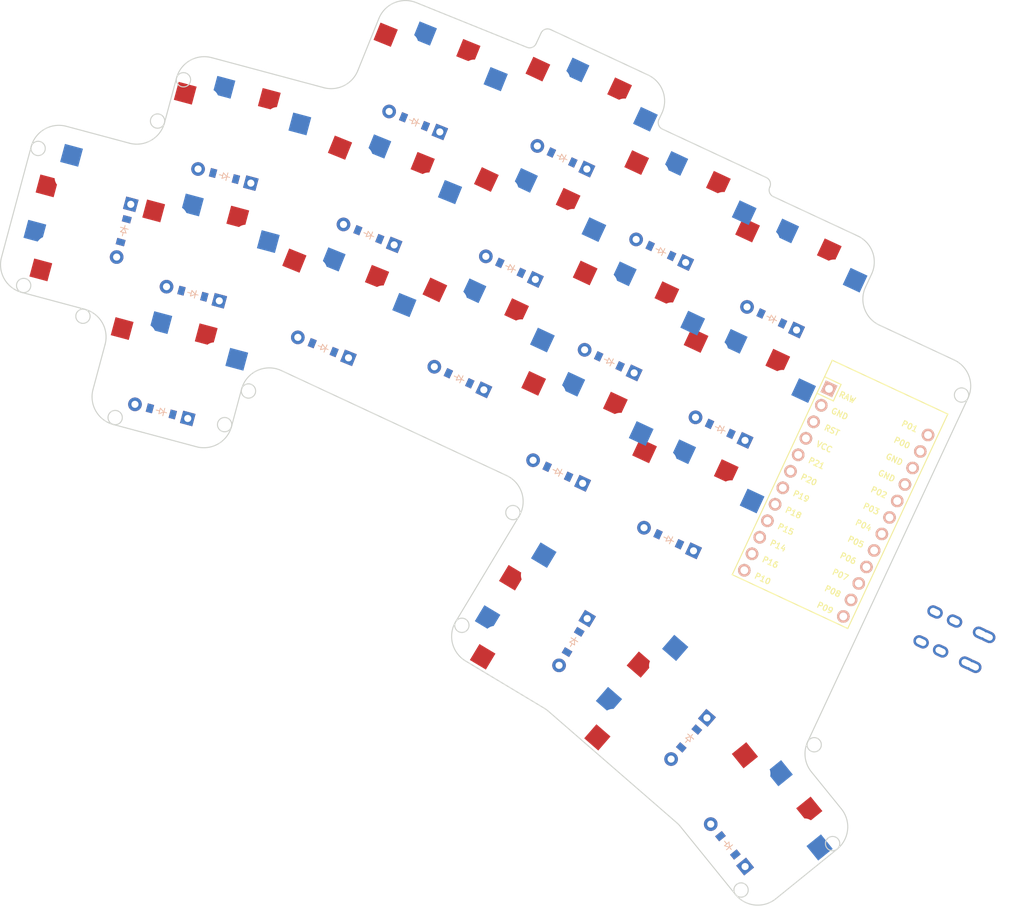
<source format=kicad_pcb>

            
(kicad_pcb (version 20171130) (host pcbnew 5.1.6)

  (page A3)
  (title_block
    (title morko)
    (rev v1.0.0)
    (company Unknown)
  )

  (general
    (thickness 1.6)
  )

  (layers
    (0 F.Cu signal)
    (31 B.Cu signal)
    (32 B.Adhes user)
    (33 F.Adhes user)
    (34 B.Paste user)
    (35 F.Paste user)
    (36 B.SilkS user)
    (37 F.SilkS user)
    (38 B.Mask user)
    (39 F.Mask user)
    (40 Dwgs.User user)
    (41 Cmts.User user)
    (42 Eco1.User user)
    (43 Eco2.User user)
    (44 Edge.Cuts user)
    (45 Margin user)
    (46 B.CrtYd user)
    (47 F.CrtYd user)
    (48 B.Fab user)
    (49 F.Fab user)
  )

  (setup
    (last_trace_width 0.25)
    (trace_clearance 0.2)
    (zone_clearance 0.508)
    (zone_45_only no)
    (trace_min 0.2)
    (via_size 0.8)
    (via_drill 0.4)
    (via_min_size 0.4)
    (via_min_drill 0.3)
    (uvia_size 0.3)
    (uvia_drill 0.1)
    (uvias_allowed no)
    (uvia_min_size 0.2)
    (uvia_min_drill 0.1)
    (edge_width 0.05)
    (segment_width 0.2)
    (pcb_text_width 0.3)
    (pcb_text_size 1.5 1.5)
    (mod_edge_width 0.12)
    (mod_text_size 1 1)
    (mod_text_width 0.15)
    (pad_size 1.524 1.524)
    (pad_drill 0.762)
    (pad_to_mask_clearance 0.05)
    (aux_axis_origin 0 0)
    (visible_elements FFFFFF7F)
    (pcbplotparams
      (layerselection 0x010fc_ffffffff)
      (usegerberextensions false)
      (usegerberattributes true)
      (usegerberadvancedattributes true)
      (creategerberjobfile true)
      (excludeedgelayer true)
      (linewidth 0.100000)
      (plotframeref false)
      (viasonmask false)
      (mode 1)
      (useauxorigin false)
      (hpglpennumber 1)
      (hpglpenspeed 20)
      (hpglpendiameter 15.000000)
      (psnegative false)
      (psa4output false)
      (plotreference true)
      (plotvalue true)
      (plotinvisibletext false)
      (padsonsilk false)
      (subtractmaskfromsilk false)
      (outputformat 1)
      (mirror false)
      (drillshape 1)
      (scaleselection 1)
      (outputdirectory ""))
  )

            (net 0 "")
(net 1 "P10")
(net 2 "outer_home")
(net 3 "P9")
(net 4 "pinky_bottom")
(net 5 "pinky_home")
(net 6 "pinky_top")
(net 7 "P8")
(net 8 "ring_bottom")
(net 9 "ring_home")
(net 10 "ring_top")
(net 11 "P7")
(net 12 "middle_bottom")
(net 13 "middle_home")
(net 14 "middle_top")
(net 15 "P5")
(net 16 "index_bottom")
(net 17 "index_home")
(net 18 "index_top")
(net 19 "P4")
(net 20 "inner_bottom")
(net 21 "inner_home")
(net 22 "inner_top")
(net 23 "P19")
(net 24 "near_thumb")
(net 25 "home_thumb")
(net 26 "far_thumb")
(net 27 "P12")
(net 28 "P11")
(net 29 "P13")
(net 30 "P2")
(net 31 "RAW")
(net 32 "GND")
(net 33 "RST")
(net 34 "VCC")
(net 35 "P21")
(net 36 "P20")
(net 37 "P18")
(net 38 "P15")
(net 39 "P14")
(net 40 "P16")
(net 41 "P1")
(net 42 "P0")
(net 43 "P3")
(net 44 "P6")
            
  (net_class Default "This is the default net class."
    (clearance 0.2)
    (trace_width 0.25)
    (via_dia 0.8)
    (via_drill 0.4)
    (uvia_dia 0.3)
    (uvia_drill 0.1)
    (add_net "")
(add_net "P10")
(add_net "outer_home")
(add_net "P9")
(add_net "pinky_bottom")
(add_net "pinky_home")
(add_net "pinky_top")
(add_net "P8")
(add_net "ring_bottom")
(add_net "ring_home")
(add_net "ring_top")
(add_net "P7")
(add_net "middle_bottom")
(add_net "middle_home")
(add_net "middle_top")
(add_net "P5")
(add_net "index_bottom")
(add_net "index_home")
(add_net "index_top")
(add_net "P4")
(add_net "inner_bottom")
(add_net "inner_home")
(add_net "inner_top")
(add_net "P19")
(add_net "near_thumb")
(add_net "home_thumb")
(add_net "far_thumb")
(add_net "P12")
(add_net "P11")
(add_net "P13")
(add_net "P2")
(add_net "RAW")
(add_net "GND")
(add_net "RST")
(add_net "VCC")
(add_net "P21")
(add_net "P20")
(add_net "P18")
(add_net "P15")
(add_net "P14")
(add_net "P16")
(add_net "P1")
(add_net "P0")
(add_net "P3")
(add_net "P6")
  )

            
        
      (module PG1350 (layer F.Cu) (tedit 5DD50112)
      (at 5.75222 -16.0583924 75)

      
      (fp_text reference "S1" (at 0 0) (layer F.SilkS) hide (effects (font (size 1.27 1.27) (thickness 0.15))))
      (fp_text value "" (at 0 0) (layer F.SilkS) hide (effects (font (size 1.27 1.27) (thickness 0.15))))

      
      (fp_line (start -7 -6) (end -7 -7) (layer Dwgs.User) (width 0.15))
      (fp_line (start -7 7) (end -6 7) (layer Dwgs.User) (width 0.15))
      (fp_line (start -6 -7) (end -7 -7) (layer Dwgs.User) (width 0.15))
      (fp_line (start -7 7) (end -7 6) (layer Dwgs.User) (width 0.15))
      (fp_line (start 7 6) (end 7 7) (layer Dwgs.User) (width 0.15))
      (fp_line (start 7 -7) (end 6 -7) (layer Dwgs.User) (width 0.15))
      (fp_line (start 6 7) (end 7 7) (layer Dwgs.User) (width 0.15))
      (fp_line (start 7 -7) (end 7 -6) (layer Dwgs.User) (width 0.15))      
      
      
      (pad "" np_thru_hole circle (at 0 0) (size 3.429 3.429) (drill 3.429) (layers *.Cu *.Mask))
        
      
      (pad "" np_thru_hole circle (at 5.5 0) (size 1.7018 1.7018) (drill 1.7018) (layers *.Cu *.Mask))
      (pad "" np_thru_hole circle (at -5.5 0) (size 1.7018 1.7018) (drill 1.7018) (layers *.Cu *.Mask))
      
        
      
      (fp_line (start -9 -8.5) (end 9 -8.5) (layer Dwgs.User) (width 0.15))
      (fp_line (start 9 -8.5) (end 9 8.5) (layer Dwgs.User) (width 0.15))
      (fp_line (start 9 8.5) (end -9 8.5) (layer Dwgs.User) (width 0.15))
      (fp_line (start -9 8.5) (end -9 -8.5) (layer Dwgs.User) (width 0.15))
      
        
          
          (pad "" np_thru_hole circle (at 5 -3.75) (size 3 3) (drill 3) (layers *.Cu *.Mask))
          (pad "" np_thru_hole circle (at 0 -5.95) (size 3 3) (drill 3) (layers *.Cu *.Mask))
      
          
          (pad 1 smd rect (at -3.275 -5.95 75) (size 2.6 2.6) (layers B.Cu B.Paste B.Mask)  (net 1 "P10"))
          (pad 2 smd rect (at 8.275 -3.75 75) (size 2.6 2.6) (layers B.Cu B.Paste B.Mask)  (net 2 "outer_home"))
        
        
          
          (pad "" np_thru_hole circle (at -5 -3.75) (size 3 3) (drill 3) (layers *.Cu *.Mask))
          (pad "" np_thru_hole circle (at 0 -5.95) (size 3 3) (drill 3) (layers *.Cu *.Mask))
      
          
          (pad 1 smd rect (at 3.275 -5.95 75) (size 2.6 2.6) (layers F.Cu F.Paste F.Mask)  (net 1 "P10"))
          (pad 2 smd rect (at -8.275 -3.75 75) (size 2.6 2.6) (layers F.Cu F.Paste F.Mask)  (net 2 "outer_home"))
        )
        

        
      (module PG1350 (layer F.Cu) (tedit 5DD50112)
      (at 18.3525907 4.9175619 -15)

      
      (fp_text reference "S2" (at 0 0) (layer F.SilkS) hide (effects (font (size 1.27 1.27) (thickness 0.15))))
      (fp_text value "" (at 0 0) (layer F.SilkS) hide (effects (font (size 1.27 1.27) (thickness 0.15))))

      
      (fp_line (start -7 -6) (end -7 -7) (layer Dwgs.User) (width 0.15))
      (fp_line (start -7 7) (end -6 7) (layer Dwgs.User) (width 0.15))
      (fp_line (start -6 -7) (end -7 -7) (layer Dwgs.User) (width 0.15))
      (fp_line (start -7 7) (end -7 6) (layer Dwgs.User) (width 0.15))
      (fp_line (start 7 6) (end 7 7) (layer Dwgs.User) (width 0.15))
      (fp_line (start 7 -7) (end 6 -7) (layer Dwgs.User) (width 0.15))
      (fp_line (start 6 7) (end 7 7) (layer Dwgs.User) (width 0.15))
      (fp_line (start 7 -7) (end 7 -6) (layer Dwgs.User) (width 0.15))      
      
      
      (pad "" np_thru_hole circle (at 0 0) (size 3.429 3.429) (drill 3.429) (layers *.Cu *.Mask))
        
      
      (pad "" np_thru_hole circle (at 5.5 0) (size 1.7018 1.7018) (drill 1.7018) (layers *.Cu *.Mask))
      (pad "" np_thru_hole circle (at -5.5 0) (size 1.7018 1.7018) (drill 1.7018) (layers *.Cu *.Mask))
      
        
      
      (fp_line (start -9 -8.5) (end 9 -8.5) (layer Dwgs.User) (width 0.15))
      (fp_line (start 9 -8.5) (end 9 8.5) (layer Dwgs.User) (width 0.15))
      (fp_line (start 9 8.5) (end -9 8.5) (layer Dwgs.User) (width 0.15))
      (fp_line (start -9 8.5) (end -9 -8.5) (layer Dwgs.User) (width 0.15))
      
        
          
          (pad "" np_thru_hole circle (at 5 -3.75) (size 3 3) (drill 3) (layers *.Cu *.Mask))
          (pad "" np_thru_hole circle (at 0 -5.95) (size 3 3) (drill 3) (layers *.Cu *.Mask))
      
          
          (pad 1 smd rect (at -3.275 -5.95 -15) (size 2.6 2.6) (layers B.Cu B.Paste B.Mask)  (net 3 "P9"))
          (pad 2 smd rect (at 8.275 -3.75 -15) (size 2.6 2.6) (layers B.Cu B.Paste B.Mask)  (net 4 "pinky_bottom"))
        
        
          
          (pad "" np_thru_hole circle (at -5 -3.75) (size 3 3) (drill 3) (layers *.Cu *.Mask))
          (pad "" np_thru_hole circle (at 0 -5.95) (size 3 3) (drill 3) (layers *.Cu *.Mask))
      
          
          (pad 1 smd rect (at 3.275 -5.95 -15) (size 2.6 2.6) (layers F.Cu F.Paste F.Mask)  (net 3 "P9"))
          (pad 2 smd rect (at -8.275 -3.75 -15) (size 2.6 2.6) (layers F.Cu F.Paste F.Mask)  (net 4 "pinky_bottom"))
        )
        

        
      (module PG1350 (layer F.Cu) (tedit 5DD50112)
      (at 22.7525145 -11.5031772 -15)

      
      (fp_text reference "S3" (at 0 0) (layer F.SilkS) hide (effects (font (size 1.27 1.27) (thickness 0.15))))
      (fp_text value "" (at 0 0) (layer F.SilkS) hide (effects (font (size 1.27 1.27) (thickness 0.15))))

      
      (fp_line (start -7 -6) (end -7 -7) (layer Dwgs.User) (width 0.15))
      (fp_line (start -7 7) (end -6 7) (layer Dwgs.User) (width 0.15))
      (fp_line (start -6 -7) (end -7 -7) (layer Dwgs.User) (width 0.15))
      (fp_line (start -7 7) (end -7 6) (layer Dwgs.User) (width 0.15))
      (fp_line (start 7 6) (end 7 7) (layer Dwgs.User) (width 0.15))
      (fp_line (start 7 -7) (end 6 -7) (layer Dwgs.User) (width 0.15))
      (fp_line (start 6 7) (end 7 7) (layer Dwgs.User) (width 0.15))
      (fp_line (start 7 -7) (end 7 -6) (layer Dwgs.User) (width 0.15))      
      
      
      (pad "" np_thru_hole circle (at 0 0) (size 3.429 3.429) (drill 3.429) (layers *.Cu *.Mask))
        
      
      (pad "" np_thru_hole circle (at 5.5 0) (size 1.7018 1.7018) (drill 1.7018) (layers *.Cu *.Mask))
      (pad "" np_thru_hole circle (at -5.5 0) (size 1.7018 1.7018) (drill 1.7018) (layers *.Cu *.Mask))
      
        
      
      (fp_line (start -9 -8.5) (end 9 -8.5) (layer Dwgs.User) (width 0.15))
      (fp_line (start 9 -8.5) (end 9 8.5) (layer Dwgs.User) (width 0.15))
      (fp_line (start 9 8.5) (end -9 8.5) (layer Dwgs.User) (width 0.15))
      (fp_line (start -9 8.5) (end -9 -8.5) (layer Dwgs.User) (width 0.15))
      
        
          
          (pad "" np_thru_hole circle (at 5 -3.75) (size 3 3) (drill 3) (layers *.Cu *.Mask))
          (pad "" np_thru_hole circle (at 0 -5.95) (size 3 3) (drill 3) (layers *.Cu *.Mask))
      
          
          (pad 1 smd rect (at -3.275 -5.95 -15) (size 2.6 2.6) (layers B.Cu B.Paste B.Mask)  (net 3 "P9"))
          (pad 2 smd rect (at 8.275 -3.75 -15) (size 2.6 2.6) (layers B.Cu B.Paste B.Mask)  (net 5 "pinky_home"))
        
        
          
          (pad "" np_thru_hole circle (at -5 -3.75) (size 3 3) (drill 3) (layers *.Cu *.Mask))
          (pad "" np_thru_hole circle (at 0 -5.95) (size 3 3) (drill 3) (layers *.Cu *.Mask))
      
          
          (pad 1 smd rect (at 3.275 -5.95 -15) (size 2.6 2.6) (layers F.Cu F.Paste F.Mask)  (net 3 "P9"))
          (pad 2 smd rect (at -8.275 -3.75 -15) (size 2.6 2.6) (layers F.Cu F.Paste F.Mask)  (net 5 "pinky_home"))
        )
        

        
      (module PG1350 (layer F.Cu) (tedit 5DD50112)
      (at 27.1524383 -27.9239163 -15)

      
      (fp_text reference "S4" (at 0 0) (layer F.SilkS) hide (effects (font (size 1.27 1.27) (thickness 0.15))))
      (fp_text value "" (at 0 0) (layer F.SilkS) hide (effects (font (size 1.27 1.27) (thickness 0.15))))

      
      (fp_line (start -7 -6) (end -7 -7) (layer Dwgs.User) (width 0.15))
      (fp_line (start -7 7) (end -6 7) (layer Dwgs.User) (width 0.15))
      (fp_line (start -6 -7) (end -7 -7) (layer Dwgs.User) (width 0.15))
      (fp_line (start -7 7) (end -7 6) (layer Dwgs.User) (width 0.15))
      (fp_line (start 7 6) (end 7 7) (layer Dwgs.User) (width 0.15))
      (fp_line (start 7 -7) (end 6 -7) (layer Dwgs.User) (width 0.15))
      (fp_line (start 6 7) (end 7 7) (layer Dwgs.User) (width 0.15))
      (fp_line (start 7 -7) (end 7 -6) (layer Dwgs.User) (width 0.15))      
      
      
      (pad "" np_thru_hole circle (at 0 0) (size 3.429 3.429) (drill 3.429) (layers *.Cu *.Mask))
        
      
      (pad "" np_thru_hole circle (at 5.5 0) (size 1.7018 1.7018) (drill 1.7018) (layers *.Cu *.Mask))
      (pad "" np_thru_hole circle (at -5.5 0) (size 1.7018 1.7018) (drill 1.7018) (layers *.Cu *.Mask))
      
        
      
      (fp_line (start -9 -8.5) (end 9 -8.5) (layer Dwgs.User) (width 0.15))
      (fp_line (start 9 -8.5) (end 9 8.5) (layer Dwgs.User) (width 0.15))
      (fp_line (start 9 8.5) (end -9 8.5) (layer Dwgs.User) (width 0.15))
      (fp_line (start -9 8.5) (end -9 -8.5) (layer Dwgs.User) (width 0.15))
      
        
          
          (pad "" np_thru_hole circle (at 5 -3.75) (size 3 3) (drill 3) (layers *.Cu *.Mask))
          (pad "" np_thru_hole circle (at 0 -5.95) (size 3 3) (drill 3) (layers *.Cu *.Mask))
      
          
          (pad 1 smd rect (at -3.275 -5.95 -15) (size 2.6 2.6) (layers B.Cu B.Paste B.Mask)  (net 3 "P9"))
          (pad 2 smd rect (at 8.275 -3.75 -15) (size 2.6 2.6) (layers B.Cu B.Paste B.Mask)  (net 6 "pinky_top"))
        
        
          
          (pad "" np_thru_hole circle (at -5 -3.75) (size 3 3) (drill 3) (layers *.Cu *.Mask))
          (pad "" np_thru_hole circle (at 0 -5.95) (size 3 3) (drill 3) (layers *.Cu *.Mask))
      
          
          (pad 1 smd rect (at 3.275 -5.95 -15) (size 2.6 2.6) (layers F.Cu F.Paste F.Mask)  (net 3 "P9"))
          (pad 2 smd rect (at -8.275 -3.75 -15) (size 2.6 2.6) (layers F.Cu F.Paste F.Mask)  (net 6 "pinky_top"))
        )
        

        
      (module PG1350 (layer F.Cu) (tedit 5DD50112)
      (at 41.61542 -3.7529606 -22)

      
      (fp_text reference "S5" (at 0 0) (layer F.SilkS) hide (effects (font (size 1.27 1.27) (thickness 0.15))))
      (fp_text value "" (at 0 0) (layer F.SilkS) hide (effects (font (size 1.27 1.27) (thickness 0.15))))

      
      (fp_line (start -7 -6) (end -7 -7) (layer Dwgs.User) (width 0.15))
      (fp_line (start -7 7) (end -6 7) (layer Dwgs.User) (width 0.15))
      (fp_line (start -6 -7) (end -7 -7) (layer Dwgs.User) (width 0.15))
      (fp_line (start -7 7) (end -7 6) (layer Dwgs.User) (width 0.15))
      (fp_line (start 7 6) (end 7 7) (layer Dwgs.User) (width 0.15))
      (fp_line (start 7 -7) (end 6 -7) (layer Dwgs.User) (width 0.15))
      (fp_line (start 6 7) (end 7 7) (layer Dwgs.User) (width 0.15))
      (fp_line (start 7 -7) (end 7 -6) (layer Dwgs.User) (width 0.15))      
      
      
      (pad "" np_thru_hole circle (at 0 0) (size 3.429 3.429) (drill 3.429) (layers *.Cu *.Mask))
        
      
      (pad "" np_thru_hole circle (at 5.5 0) (size 1.7018 1.7018) (drill 1.7018) (layers *.Cu *.Mask))
      (pad "" np_thru_hole circle (at -5.5 0) (size 1.7018 1.7018) (drill 1.7018) (layers *.Cu *.Mask))
      
        
      
      (fp_line (start -9 -8.5) (end 9 -8.5) (layer Dwgs.User) (width 0.15))
      (fp_line (start 9 -8.5) (end 9 8.5) (layer Dwgs.User) (width 0.15))
      (fp_line (start 9 8.5) (end -9 8.5) (layer Dwgs.User) (width 0.15))
      (fp_line (start -9 8.5) (end -9 -8.5) (layer Dwgs.User) (width 0.15))
      
        
          
          (pad "" np_thru_hole circle (at 5 -3.75) (size 3 3) (drill 3) (layers *.Cu *.Mask))
          (pad "" np_thru_hole circle (at 0 -5.95) (size 3 3) (drill 3) (layers *.Cu *.Mask))
      
          
          (pad 1 smd rect (at -3.275 -5.95 -22) (size 2.6 2.6) (layers B.Cu B.Paste B.Mask)  (net 7 "P8"))
          (pad 2 smd rect (at 8.275 -3.75 -22) (size 2.6 2.6) (layers B.Cu B.Paste B.Mask)  (net 8 "ring_bottom"))
        
        
          
          (pad "" np_thru_hole circle (at -5 -3.75) (size 3 3) (drill 3) (layers *.Cu *.Mask))
          (pad "" np_thru_hole circle (at 0 -5.95) (size 3 3) (drill 3) (layers *.Cu *.Mask))
      
          
          (pad 1 smd rect (at 3.275 -5.95 -22) (size 2.6 2.6) (layers F.Cu F.Paste F.Mask)  (net 7 "P8"))
          (pad 2 smd rect (at -8.275 -3.75 -22) (size 2.6 2.6) (layers F.Cu F.Paste F.Mask)  (net 8 "ring_bottom"))
        )
        

        
      (module PG1350 (layer F.Cu) (tedit 5DD50112)
      (at 47.9837321 -19.5150862 -22)

      
      (fp_text reference "S6" (at 0 0) (layer F.SilkS) hide (effects (font (size 1.27 1.27) (thickness 0.15))))
      (fp_text value "" (at 0 0) (layer F.SilkS) hide (effects (font (size 1.27 1.27) (thickness 0.15))))

      
      (fp_line (start -7 -6) (end -7 -7) (layer Dwgs.User) (width 0.15))
      (fp_line (start -7 7) (end -6 7) (layer Dwgs.User) (width 0.15))
      (fp_line (start -6 -7) (end -7 -7) (layer Dwgs.User) (width 0.15))
      (fp_line (start -7 7) (end -7 6) (layer Dwgs.User) (width 0.15))
      (fp_line (start 7 6) (end 7 7) (layer Dwgs.User) (width 0.15))
      (fp_line (start 7 -7) (end 6 -7) (layer Dwgs.User) (width 0.15))
      (fp_line (start 6 7) (end 7 7) (layer Dwgs.User) (width 0.15))
      (fp_line (start 7 -7) (end 7 -6) (layer Dwgs.User) (width 0.15))      
      
      
      (pad "" np_thru_hole circle (at 0 0) (size 3.429 3.429) (drill 3.429) (layers *.Cu *.Mask))
        
      
      (pad "" np_thru_hole circle (at 5.5 0) (size 1.7018 1.7018) (drill 1.7018) (layers *.Cu *.Mask))
      (pad "" np_thru_hole circle (at -5.5 0) (size 1.7018 1.7018) (drill 1.7018) (layers *.Cu *.Mask))
      
        
      
      (fp_line (start -9 -8.5) (end 9 -8.5) (layer Dwgs.User) (width 0.15))
      (fp_line (start 9 -8.5) (end 9 8.5) (layer Dwgs.User) (width 0.15))
      (fp_line (start 9 8.5) (end -9 8.5) (layer Dwgs.User) (width 0.15))
      (fp_line (start -9 8.5) (end -9 -8.5) (layer Dwgs.User) (width 0.15))
      
        
          
          (pad "" np_thru_hole circle (at 5 -3.75) (size 3 3) (drill 3) (layers *.Cu *.Mask))
          (pad "" np_thru_hole circle (at 0 -5.95) (size 3 3) (drill 3) (layers *.Cu *.Mask))
      
          
          (pad 1 smd rect (at -3.275 -5.95 -22) (size 2.6 2.6) (layers B.Cu B.Paste B.Mask)  (net 7 "P8"))
          (pad 2 smd rect (at 8.275 -3.75 -22) (size 2.6 2.6) (layers B.Cu B.Paste B.Mask)  (net 9 "ring_home"))
        
        
          
          (pad "" np_thru_hole circle (at -5 -3.75) (size 3 3) (drill 3) (layers *.Cu *.Mask))
          (pad "" np_thru_hole circle (at 0 -5.95) (size 3 3) (drill 3) (layers *.Cu *.Mask))
      
          
          (pad 1 smd rect (at 3.275 -5.95 -22) (size 2.6 2.6) (layers F.Cu F.Paste F.Mask)  (net 7 "P8"))
          (pad 2 smd rect (at -8.275 -3.75 -22) (size 2.6 2.6) (layers F.Cu F.Paste F.Mask)  (net 9 "ring_home"))
        )
        

        
      (module PG1350 (layer F.Cu) (tedit 5DD50112)
      (at 54.3520442 -35.2772118 -22)

      
      (fp_text reference "S7" (at 0 0) (layer F.SilkS) hide (effects (font (size 1.27 1.27) (thickness 0.15))))
      (fp_text value "" (at 0 0) (layer F.SilkS) hide (effects (font (size 1.27 1.27) (thickness 0.15))))

      
      (fp_line (start -7 -6) (end -7 -7) (layer Dwgs.User) (width 0.15))
      (fp_line (start -7 7) (end -6 7) (layer Dwgs.User) (width 0.15))
      (fp_line (start -6 -7) (end -7 -7) (layer Dwgs.User) (width 0.15))
      (fp_line (start -7 7) (end -7 6) (layer Dwgs.User) (width 0.15))
      (fp_line (start 7 6) (end 7 7) (layer Dwgs.User) (width 0.15))
      (fp_line (start 7 -7) (end 6 -7) (layer Dwgs.User) (width 0.15))
      (fp_line (start 6 7) (end 7 7) (layer Dwgs.User) (width 0.15))
      (fp_line (start 7 -7) (end 7 -6) (layer Dwgs.User) (width 0.15))      
      
      
      (pad "" np_thru_hole circle (at 0 0) (size 3.429 3.429) (drill 3.429) (layers *.Cu *.Mask))
        
      
      (pad "" np_thru_hole circle (at 5.5 0) (size 1.7018 1.7018) (drill 1.7018) (layers *.Cu *.Mask))
      (pad "" np_thru_hole circle (at -5.5 0) (size 1.7018 1.7018) (drill 1.7018) (layers *.Cu *.Mask))
      
        
      
      (fp_line (start -9 -8.5) (end 9 -8.5) (layer Dwgs.User) (width 0.15))
      (fp_line (start 9 -8.5) (end 9 8.5) (layer Dwgs.User) (width 0.15))
      (fp_line (start 9 8.5) (end -9 8.5) (layer Dwgs.User) (width 0.15))
      (fp_line (start -9 8.5) (end -9 -8.5) (layer Dwgs.User) (width 0.15))
      
        
          
          (pad "" np_thru_hole circle (at 5 -3.75) (size 3 3) (drill 3) (layers *.Cu *.Mask))
          (pad "" np_thru_hole circle (at 0 -5.95) (size 3 3) (drill 3) (layers *.Cu *.Mask))
      
          
          (pad 1 smd rect (at -3.275 -5.95 -22) (size 2.6 2.6) (layers B.Cu B.Paste B.Mask)  (net 7 "P8"))
          (pad 2 smd rect (at 8.275 -3.75 -22) (size 2.6 2.6) (layers B.Cu B.Paste B.Mask)  (net 10 "ring_top"))
        
        
          
          (pad "" np_thru_hole circle (at -5 -3.75) (size 3 3) (drill 3) (layers *.Cu *.Mask))
          (pad "" np_thru_hole circle (at 0 -5.95) (size 3 3) (drill 3) (layers *.Cu *.Mask))
      
          
          (pad 1 smd rect (at 3.275 -5.95 -22) (size 2.6 2.6) (layers F.Cu F.Paste F.Mask)  (net 7 "P8"))
          (pad 2 smd rect (at -8.275 -3.75 -22) (size 2.6 2.6) (layers F.Cu F.Paste F.Mask)  (net 10 "ring_top"))
        )
        

        
      (module PG1350 (layer F.Cu) (tedit 5DD50112)
      (at 60.8614771 0.6548154 -25)

      
      (fp_text reference "S8" (at 0 0) (layer F.SilkS) hide (effects (font (size 1.27 1.27) (thickness 0.15))))
      (fp_text value "" (at 0 0) (layer F.SilkS) hide (effects (font (size 1.27 1.27) (thickness 0.15))))

      
      (fp_line (start -7 -6) (end -7 -7) (layer Dwgs.User) (width 0.15))
      (fp_line (start -7 7) (end -6 7) (layer Dwgs.User) (width 0.15))
      (fp_line (start -6 -7) (end -7 -7) (layer Dwgs.User) (width 0.15))
      (fp_line (start -7 7) (end -7 6) (layer Dwgs.User) (width 0.15))
      (fp_line (start 7 6) (end 7 7) (layer Dwgs.User) (width 0.15))
      (fp_line (start 7 -7) (end 6 -7) (layer Dwgs.User) (width 0.15))
      (fp_line (start 6 7) (end 7 7) (layer Dwgs.User) (width 0.15))
      (fp_line (start 7 -7) (end 7 -6) (layer Dwgs.User) (width 0.15))      
      
      
      (pad "" np_thru_hole circle (at 0 0) (size 3.429 3.429) (drill 3.429) (layers *.Cu *.Mask))
        
      
      (pad "" np_thru_hole circle (at 5.5 0) (size 1.7018 1.7018) (drill 1.7018) (layers *.Cu *.Mask))
      (pad "" np_thru_hole circle (at -5.5 0) (size 1.7018 1.7018) (drill 1.7018) (layers *.Cu *.Mask))
      
        
      
      (fp_line (start -9 -8.5) (end 9 -8.5) (layer Dwgs.User) (width 0.15))
      (fp_line (start 9 -8.5) (end 9 8.5) (layer Dwgs.User) (width 0.15))
      (fp_line (start 9 8.5) (end -9 8.5) (layer Dwgs.User) (width 0.15))
      (fp_line (start -9 8.5) (end -9 -8.5) (layer Dwgs.User) (width 0.15))
      
        
          
          (pad "" np_thru_hole circle (at 5 -3.75) (size 3 3) (drill 3) (layers *.Cu *.Mask))
          (pad "" np_thru_hole circle (at 0 -5.95) (size 3 3) (drill 3) (layers *.Cu *.Mask))
      
          
          (pad 1 smd rect (at -3.275 -5.95 -25) (size 2.6 2.6) (layers B.Cu B.Paste B.Mask)  (net 11 "P7"))
          (pad 2 smd rect (at 8.275 -3.75 -25) (size 2.6 2.6) (layers B.Cu B.Paste B.Mask)  (net 12 "middle_bottom"))
        
        
          
          (pad "" np_thru_hole circle (at -5 -3.75) (size 3 3) (drill 3) (layers *.Cu *.Mask))
          (pad "" np_thru_hole circle (at 0 -5.95) (size 3 3) (drill 3) (layers *.Cu *.Mask))
      
          
          (pad 1 smd rect (at 3.275 -5.95 -25) (size 2.6 2.6) (layers F.Cu F.Paste F.Mask)  (net 11 "P7"))
          (pad 2 smd rect (at -8.275 -3.75 -25) (size 2.6 2.6) (layers F.Cu F.Paste F.Mask)  (net 12 "middle_bottom"))
        )
        

        
      (module PG1350 (layer F.Cu) (tedit 5DD50112)
      (at 68.0459875 -14.752417 -25)

      
      (fp_text reference "S9" (at 0 0) (layer F.SilkS) hide (effects (font (size 1.27 1.27) (thickness 0.15))))
      (fp_text value "" (at 0 0) (layer F.SilkS) hide (effects (font (size 1.27 1.27) (thickness 0.15))))

      
      (fp_line (start -7 -6) (end -7 -7) (layer Dwgs.User) (width 0.15))
      (fp_line (start -7 7) (end -6 7) (layer Dwgs.User) (width 0.15))
      (fp_line (start -6 -7) (end -7 -7) (layer Dwgs.User) (width 0.15))
      (fp_line (start -7 7) (end -7 6) (layer Dwgs.User) (width 0.15))
      (fp_line (start 7 6) (end 7 7) (layer Dwgs.User) (width 0.15))
      (fp_line (start 7 -7) (end 6 -7) (layer Dwgs.User) (width 0.15))
      (fp_line (start 6 7) (end 7 7) (layer Dwgs.User) (width 0.15))
      (fp_line (start 7 -7) (end 7 -6) (layer Dwgs.User) (width 0.15))      
      
      
      (pad "" np_thru_hole circle (at 0 0) (size 3.429 3.429) (drill 3.429) (layers *.Cu *.Mask))
        
      
      (pad "" np_thru_hole circle (at 5.5 0) (size 1.7018 1.7018) (drill 1.7018) (layers *.Cu *.Mask))
      (pad "" np_thru_hole circle (at -5.5 0) (size 1.7018 1.7018) (drill 1.7018) (layers *.Cu *.Mask))
      
        
      
      (fp_line (start -9 -8.5) (end 9 -8.5) (layer Dwgs.User) (width 0.15))
      (fp_line (start 9 -8.5) (end 9 8.5) (layer Dwgs.User) (width 0.15))
      (fp_line (start 9 8.5) (end -9 8.5) (layer Dwgs.User) (width 0.15))
      (fp_line (start -9 8.5) (end -9 -8.5) (layer Dwgs.User) (width 0.15))
      
        
          
          (pad "" np_thru_hole circle (at 5 -3.75) (size 3 3) (drill 3) (layers *.Cu *.Mask))
          (pad "" np_thru_hole circle (at 0 -5.95) (size 3 3) (drill 3) (layers *.Cu *.Mask))
      
          
          (pad 1 smd rect (at -3.275 -5.95 -25) (size 2.6 2.6) (layers B.Cu B.Paste B.Mask)  (net 11 "P7"))
          (pad 2 smd rect (at 8.275 -3.75 -25) (size 2.6 2.6) (layers B.Cu B.Paste B.Mask)  (net 13 "middle_home"))
        
        
          
          (pad "" np_thru_hole circle (at -5 -3.75) (size 3 3) (drill 3) (layers *.Cu *.Mask))
          (pad "" np_thru_hole circle (at 0 -5.95) (size 3 3) (drill 3) (layers *.Cu *.Mask))
      
          
          (pad 1 smd rect (at 3.275 -5.95 -25) (size 2.6 2.6) (layers F.Cu F.Paste F.Mask)  (net 11 "P7"))
          (pad 2 smd rect (at -8.275 -3.75 -25) (size 2.6 2.6) (layers F.Cu F.Paste F.Mask)  (net 13 "middle_home"))
        )
        

        
      (module PG1350 (layer F.Cu) (tedit 5DD50112)
      (at 75.230498 -30.1596494 -25)

      
      (fp_text reference "S10" (at 0 0) (layer F.SilkS) hide (effects (font (size 1.27 1.27) (thickness 0.15))))
      (fp_text value "" (at 0 0) (layer F.SilkS) hide (effects (font (size 1.27 1.27) (thickness 0.15))))

      
      (fp_line (start -7 -6) (end -7 -7) (layer Dwgs.User) (width 0.15))
      (fp_line (start -7 7) (end -6 7) (layer Dwgs.User) (width 0.15))
      (fp_line (start -6 -7) (end -7 -7) (layer Dwgs.User) (width 0.15))
      (fp_line (start -7 7) (end -7 6) (layer Dwgs.User) (width 0.15))
      (fp_line (start 7 6) (end 7 7) (layer Dwgs.User) (width 0.15))
      (fp_line (start 7 -7) (end 6 -7) (layer Dwgs.User) (width 0.15))
      (fp_line (start 6 7) (end 7 7) (layer Dwgs.User) (width 0.15))
      (fp_line (start 7 -7) (end 7 -6) (layer Dwgs.User) (width 0.15))      
      
      
      (pad "" np_thru_hole circle (at 0 0) (size 3.429 3.429) (drill 3.429) (layers *.Cu *.Mask))
        
      
      (pad "" np_thru_hole circle (at 5.5 0) (size 1.7018 1.7018) (drill 1.7018) (layers *.Cu *.Mask))
      (pad "" np_thru_hole circle (at -5.5 0) (size 1.7018 1.7018) (drill 1.7018) (layers *.Cu *.Mask))
      
        
      
      (fp_line (start -9 -8.5) (end 9 -8.5) (layer Dwgs.User) (width 0.15))
      (fp_line (start 9 -8.5) (end 9 8.5) (layer Dwgs.User) (width 0.15))
      (fp_line (start 9 8.5) (end -9 8.5) (layer Dwgs.User) (width 0.15))
      (fp_line (start -9 8.5) (end -9 -8.5) (layer Dwgs.User) (width 0.15))
      
        
          
          (pad "" np_thru_hole circle (at 5 -3.75) (size 3 3) (drill 3) (layers *.Cu *.Mask))
          (pad "" np_thru_hole circle (at 0 -5.95) (size 3 3) (drill 3) (layers *.Cu *.Mask))
      
          
          (pad 1 smd rect (at -3.275 -5.95 -25) (size 2.6 2.6) (layers B.Cu B.Paste B.Mask)  (net 11 "P7"))
          (pad 2 smd rect (at 8.275 -3.75 -25) (size 2.6 2.6) (layers B.Cu B.Paste B.Mask)  (net 14 "middle_top"))
        
        
          
          (pad "" np_thru_hole circle (at -5 -3.75) (size 3 3) (drill 3) (layers *.Cu *.Mask))
          (pad "" np_thru_hole circle (at 0 -5.95) (size 3 3) (drill 3) (layers *.Cu *.Mask))
      
          
          (pad 1 smd rect (at 3.275 -5.95 -25) (size 2.6 2.6) (layers F.Cu F.Paste F.Mask)  (net 11 "P7"))
          (pad 2 smd rect (at -8.275 -3.75 -25) (size 2.6 2.6) (layers F.Cu F.Paste F.Mask)  (net 14 "middle_top"))
        )
        

        
      (module PG1350 (layer F.Cu) (tedit 5DD50112)
      (at 74.6393078 13.6997908 -25)

      
      (fp_text reference "S11" (at 0 0) (layer F.SilkS) hide (effects (font (size 1.27 1.27) (thickness 0.15))))
      (fp_text value "" (at 0 0) (layer F.SilkS) hide (effects (font (size 1.27 1.27) (thickness 0.15))))

      
      (fp_line (start -7 -6) (end -7 -7) (layer Dwgs.User) (width 0.15))
      (fp_line (start -7 7) (end -6 7) (layer Dwgs.User) (width 0.15))
      (fp_line (start -6 -7) (end -7 -7) (layer Dwgs.User) (width 0.15))
      (fp_line (start -7 7) (end -7 6) (layer Dwgs.User) (width 0.15))
      (fp_line (start 7 6) (end 7 7) (layer Dwgs.User) (width 0.15))
      (fp_line (start 7 -7) (end 6 -7) (layer Dwgs.User) (width 0.15))
      (fp_line (start 6 7) (end 7 7) (layer Dwgs.User) (width 0.15))
      (fp_line (start 7 -7) (end 7 -6) (layer Dwgs.User) (width 0.15))      
      
      
      (pad "" np_thru_hole circle (at 0 0) (size 3.429 3.429) (drill 3.429) (layers *.Cu *.Mask))
        
      
      (pad "" np_thru_hole circle (at 5.5 0) (size 1.7018 1.7018) (drill 1.7018) (layers *.Cu *.Mask))
      (pad "" np_thru_hole circle (at -5.5 0) (size 1.7018 1.7018) (drill 1.7018) (layers *.Cu *.Mask))
      
        
      
      (fp_line (start -9 -8.5) (end 9 -8.5) (layer Dwgs.User) (width 0.15))
      (fp_line (start 9 -8.5) (end 9 8.5) (layer Dwgs.User) (width 0.15))
      (fp_line (start 9 8.5) (end -9 8.5) (layer Dwgs.User) (width 0.15))
      (fp_line (start -9 8.5) (end -9 -8.5) (layer Dwgs.User) (width 0.15))
      
        
          
          (pad "" np_thru_hole circle (at 5 -3.75) (size 3 3) (drill 3) (layers *.Cu *.Mask))
          (pad "" np_thru_hole circle (at 0 -5.95) (size 3 3) (drill 3) (layers *.Cu *.Mask))
      
          
          (pad 1 smd rect (at -3.275 -5.95 -25) (size 2.6 2.6) (layers B.Cu B.Paste B.Mask)  (net 15 "P5"))
          (pad 2 smd rect (at 8.275 -3.75 -25) (size 2.6 2.6) (layers B.Cu B.Paste B.Mask)  (net 16 "index_bottom"))
        
        
          
          (pad "" np_thru_hole circle (at -5 -3.75) (size 3 3) (drill 3) (layers *.Cu *.Mask))
          (pad "" np_thru_hole circle (at 0 -5.95) (size 3 3) (drill 3) (layers *.Cu *.Mask))
      
          
          (pad 1 smd rect (at 3.275 -5.95 -25) (size 2.6 2.6) (layers F.Cu F.Paste F.Mask)  (net 15 "P5"))
          (pad 2 smd rect (at -8.275 -3.75 -25) (size 2.6 2.6) (layers F.Cu F.Paste F.Mask)  (net 16 "index_bottom"))
        )
        

        
      (module PG1350 (layer F.Cu) (tedit 5DD50112)
      (at 81.8238183 -1.7074416 -25)

      
      (fp_text reference "S12" (at 0 0) (layer F.SilkS) hide (effects (font (size 1.27 1.27) (thickness 0.15))))
      (fp_text value "" (at 0 0) (layer F.SilkS) hide (effects (font (size 1.27 1.27) (thickness 0.15))))

      
      (fp_line (start -7 -6) (end -7 -7) (layer Dwgs.User) (width 0.15))
      (fp_line (start -7 7) (end -6 7) (layer Dwgs.User) (width 0.15))
      (fp_line (start -6 -7) (end -7 -7) (layer Dwgs.User) (width 0.15))
      (fp_line (start -7 7) (end -7 6) (layer Dwgs.User) (width 0.15))
      (fp_line (start 7 6) (end 7 7) (layer Dwgs.User) (width 0.15))
      (fp_line (start 7 -7) (end 6 -7) (layer Dwgs.User) (width 0.15))
      (fp_line (start 6 7) (end 7 7) (layer Dwgs.User) (width 0.15))
      (fp_line (start 7 -7) (end 7 -6) (layer Dwgs.User) (width 0.15))      
      
      
      (pad "" np_thru_hole circle (at 0 0) (size 3.429 3.429) (drill 3.429) (layers *.Cu *.Mask))
        
      
      (pad "" np_thru_hole circle (at 5.5 0) (size 1.7018 1.7018) (drill 1.7018) (layers *.Cu *.Mask))
      (pad "" np_thru_hole circle (at -5.5 0) (size 1.7018 1.7018) (drill 1.7018) (layers *.Cu *.Mask))
      
        
      
      (fp_line (start -9 -8.5) (end 9 -8.5) (layer Dwgs.User) (width 0.15))
      (fp_line (start 9 -8.5) (end 9 8.5) (layer Dwgs.User) (width 0.15))
      (fp_line (start 9 8.5) (end -9 8.5) (layer Dwgs.User) (width 0.15))
      (fp_line (start -9 8.5) (end -9 -8.5) (layer Dwgs.User) (width 0.15))
      
        
          
          (pad "" np_thru_hole circle (at 5 -3.75) (size 3 3) (drill 3) (layers *.Cu *.Mask))
          (pad "" np_thru_hole circle (at 0 -5.95) (size 3 3) (drill 3) (layers *.Cu *.Mask))
      
          
          (pad 1 smd rect (at -3.275 -5.95 -25) (size 2.6 2.6) (layers B.Cu B.Paste B.Mask)  (net 15 "P5"))
          (pad 2 smd rect (at 8.275 -3.75 -25) (size 2.6 2.6) (layers B.Cu B.Paste B.Mask)  (net 17 "index_home"))
        
        
          
          (pad "" np_thru_hole circle (at -5 -3.75) (size 3 3) (drill 3) (layers *.Cu *.Mask))
          (pad "" np_thru_hole circle (at 0 -5.95) (size 3 3) (drill 3) (layers *.Cu *.Mask))
      
          
          (pad 1 smd rect (at 3.275 -5.95 -25) (size 2.6 2.6) (layers F.Cu F.Paste F.Mask)  (net 15 "P5"))
          (pad 2 smd rect (at -8.275 -3.75 -25) (size 2.6 2.6) (layers F.Cu F.Paste F.Mask)  (net 17 "index_home"))
        )
        

        
      (module PG1350 (layer F.Cu) (tedit 5DD50112)
      (at 89.0083287 -17.114674 -25)

      
      (fp_text reference "S13" (at 0 0) (layer F.SilkS) hide (effects (font (size 1.27 1.27) (thickness 0.15))))
      (fp_text value "" (at 0 0) (layer F.SilkS) hide (effects (font (size 1.27 1.27) (thickness 0.15))))

      
      (fp_line (start -7 -6) (end -7 -7) (layer Dwgs.User) (width 0.15))
      (fp_line (start -7 7) (end -6 7) (layer Dwgs.User) (width 0.15))
      (fp_line (start -6 -7) (end -7 -7) (layer Dwgs.User) (width 0.15))
      (fp_line (start -7 7) (end -7 6) (layer Dwgs.User) (width 0.15))
      (fp_line (start 7 6) (end 7 7) (layer Dwgs.User) (width 0.15))
      (fp_line (start 7 -7) (end 6 -7) (layer Dwgs.User) (width 0.15))
      (fp_line (start 6 7) (end 7 7) (layer Dwgs.User) (width 0.15))
      (fp_line (start 7 -7) (end 7 -6) (layer Dwgs.User) (width 0.15))      
      
      
      (pad "" np_thru_hole circle (at 0 0) (size 3.429 3.429) (drill 3.429) (layers *.Cu *.Mask))
        
      
      (pad "" np_thru_hole circle (at 5.5 0) (size 1.7018 1.7018) (drill 1.7018) (layers *.Cu *.Mask))
      (pad "" np_thru_hole circle (at -5.5 0) (size 1.7018 1.7018) (drill 1.7018) (layers *.Cu *.Mask))
      
        
      
      (fp_line (start -9 -8.5) (end 9 -8.5) (layer Dwgs.User) (width 0.15))
      (fp_line (start 9 -8.5) (end 9 8.5) (layer Dwgs.User) (width 0.15))
      (fp_line (start 9 8.5) (end -9 8.5) (layer Dwgs.User) (width 0.15))
      (fp_line (start -9 8.5) (end -9 -8.5) (layer Dwgs.User) (width 0.15))
      
        
          
          (pad "" np_thru_hole circle (at 5 -3.75) (size 3 3) (drill 3) (layers *.Cu *.Mask))
          (pad "" np_thru_hole circle (at 0 -5.95) (size 3 3) (drill 3) (layers *.Cu *.Mask))
      
          
          (pad 1 smd rect (at -3.275 -5.95 -25) (size 2.6 2.6) (layers B.Cu B.Paste B.Mask)  (net 15 "P5"))
          (pad 2 smd rect (at 8.275 -3.75 -25) (size 2.6 2.6) (layers B.Cu B.Paste B.Mask)  (net 18 "index_top"))
        
        
          
          (pad "" np_thru_hole circle (at -5 -3.75) (size 3 3) (drill 3) (layers *.Cu *.Mask))
          (pad "" np_thru_hole circle (at 0 -5.95) (size 3 3) (drill 3) (layers *.Cu *.Mask))
      
          
          (pad 1 smd rect (at 3.275 -5.95 -25) (size 2.6 2.6) (layers F.Cu F.Paste F.Mask)  (net 15 "P5"))
          (pad 2 smd rect (at -8.275 -3.75 -25) (size 2.6 2.6) (layers F.Cu F.Paste F.Mask)  (net 18 "index_top"))
        )
        

        
      (module PG1350 (layer F.Cu) (tedit 5DD50112)
      (at 90.1076114 23.1195351 -25)

      
      (fp_text reference "S14" (at 0 0) (layer F.SilkS) hide (effects (font (size 1.27 1.27) (thickness 0.15))))
      (fp_text value "" (at 0 0) (layer F.SilkS) hide (effects (font (size 1.27 1.27) (thickness 0.15))))

      
      (fp_line (start -7 -6) (end -7 -7) (layer Dwgs.User) (width 0.15))
      (fp_line (start -7 7) (end -6 7) (layer Dwgs.User) (width 0.15))
      (fp_line (start -6 -7) (end -7 -7) (layer Dwgs.User) (width 0.15))
      (fp_line (start -7 7) (end -7 6) (layer Dwgs.User) (width 0.15))
      (fp_line (start 7 6) (end 7 7) (layer Dwgs.User) (width 0.15))
      (fp_line (start 7 -7) (end 6 -7) (layer Dwgs.User) (width 0.15))
      (fp_line (start 6 7) (end 7 7) (layer Dwgs.User) (width 0.15))
      (fp_line (start 7 -7) (end 7 -6) (layer Dwgs.User) (width 0.15))      
      
      
      (pad "" np_thru_hole circle (at 0 0) (size 3.429 3.429) (drill 3.429) (layers *.Cu *.Mask))
        
      
      (pad "" np_thru_hole circle (at 5.5 0) (size 1.7018 1.7018) (drill 1.7018) (layers *.Cu *.Mask))
      (pad "" np_thru_hole circle (at -5.5 0) (size 1.7018 1.7018) (drill 1.7018) (layers *.Cu *.Mask))
      
        
      
      (fp_line (start -9 -8.5) (end 9 -8.5) (layer Dwgs.User) (width 0.15))
      (fp_line (start 9 -8.5) (end 9 8.5) (layer Dwgs.User) (width 0.15))
      (fp_line (start 9 8.5) (end -9 8.5) (layer Dwgs.User) (width 0.15))
      (fp_line (start -9 8.5) (end -9 -8.5) (layer Dwgs.User) (width 0.15))
      
        
          
          (pad "" np_thru_hole circle (at 5 -3.75) (size 3 3) (drill 3) (layers *.Cu *.Mask))
          (pad "" np_thru_hole circle (at 0 -5.95) (size 3 3) (drill 3) (layers *.Cu *.Mask))
      
          
          (pad 1 smd rect (at -3.275 -5.95 -25) (size 2.6 2.6) (layers B.Cu B.Paste B.Mask)  (net 19 "P4"))
          (pad 2 smd rect (at 8.275 -3.75 -25) (size 2.6 2.6) (layers B.Cu B.Paste B.Mask)  (net 20 "inner_bottom"))
        
        
          
          (pad "" np_thru_hole circle (at -5 -3.75) (size 3 3) (drill 3) (layers *.Cu *.Mask))
          (pad "" np_thru_hole circle (at 0 -5.95) (size 3 3) (drill 3) (layers *.Cu *.Mask))
      
          
          (pad 1 smd rect (at 3.275 -5.95 -25) (size 2.6 2.6) (layers F.Cu F.Paste F.Mask)  (net 19 "P4"))
          (pad 2 smd rect (at -8.275 -3.75 -25) (size 2.6 2.6) (layers F.Cu F.Paste F.Mask)  (net 20 "inner_bottom"))
        )
        

        
      (module PG1350 (layer F.Cu) (tedit 5DD50112)
      (at 97.2921218 7.7123027 -25)

      
      (fp_text reference "S15" (at 0 0) (layer F.SilkS) hide (effects (font (size 1.27 1.27) (thickness 0.15))))
      (fp_text value "" (at 0 0) (layer F.SilkS) hide (effects (font (size 1.27 1.27) (thickness 0.15))))

      
      (fp_line (start -7 -6) (end -7 -7) (layer Dwgs.User) (width 0.15))
      (fp_line (start -7 7) (end -6 7) (layer Dwgs.User) (width 0.15))
      (fp_line (start -6 -7) (end -7 -7) (layer Dwgs.User) (width 0.15))
      (fp_line (start -7 7) (end -7 6) (layer Dwgs.User) (width 0.15))
      (fp_line (start 7 6) (end 7 7) (layer Dwgs.User) (width 0.15))
      (fp_line (start 7 -7) (end 6 -7) (layer Dwgs.User) (width 0.15))
      (fp_line (start 6 7) (end 7 7) (layer Dwgs.User) (width 0.15))
      (fp_line (start 7 -7) (end 7 -6) (layer Dwgs.User) (width 0.15))      
      
      
      (pad "" np_thru_hole circle (at 0 0) (size 3.429 3.429) (drill 3.429) (layers *.Cu *.Mask))
        
      
      (pad "" np_thru_hole circle (at 5.5 0) (size 1.7018 1.7018) (drill 1.7018) (layers *.Cu *.Mask))
      (pad "" np_thru_hole circle (at -5.5 0) (size 1.7018 1.7018) (drill 1.7018) (layers *.Cu *.Mask))
      
        
      
      (fp_line (start -9 -8.5) (end 9 -8.5) (layer Dwgs.User) (width 0.15))
      (fp_line (start 9 -8.5) (end 9 8.5) (layer Dwgs.User) (width 0.15))
      (fp_line (start 9 8.5) (end -9 8.5) (layer Dwgs.User) (width 0.15))
      (fp_line (start -9 8.5) (end -9 -8.5) (layer Dwgs.User) (width 0.15))
      
        
          
          (pad "" np_thru_hole circle (at 5 -3.75) (size 3 3) (drill 3) (layers *.Cu *.Mask))
          (pad "" np_thru_hole circle (at 0 -5.95) (size 3 3) (drill 3) (layers *.Cu *.Mask))
      
          
          (pad 1 smd rect (at -3.275 -5.95 -25) (size 2.6 2.6) (layers B.Cu B.Paste B.Mask)  (net 19 "P4"))
          (pad 2 smd rect (at 8.275 -3.75 -25) (size 2.6 2.6) (layers B.Cu B.Paste B.Mask)  (net 21 "inner_home"))
        
        
          
          (pad "" np_thru_hole circle (at -5 -3.75) (size 3 3) (drill 3) (layers *.Cu *.Mask))
          (pad "" np_thru_hole circle (at 0 -5.95) (size 3 3) (drill 3) (layers *.Cu *.Mask))
      
          
          (pad 1 smd rect (at 3.275 -5.95 -25) (size 2.6 2.6) (layers F.Cu F.Paste F.Mask)  (net 19 "P4"))
          (pad 2 smd rect (at -8.275 -3.75 -25) (size 2.6 2.6) (layers F.Cu F.Paste F.Mask)  (net 21 "inner_home"))
        )
        

        
      (module PG1350 (layer F.Cu) (tedit 5DD50112)
      (at 104.4766322 -7.6949297 -25)

      
      (fp_text reference "S16" (at 0 0) (layer F.SilkS) hide (effects (font (size 1.27 1.27) (thickness 0.15))))
      (fp_text value "" (at 0 0) (layer F.SilkS) hide (effects (font (size 1.27 1.27) (thickness 0.15))))

      
      (fp_line (start -7 -6) (end -7 -7) (layer Dwgs.User) (width 0.15))
      (fp_line (start -7 7) (end -6 7) (layer Dwgs.User) (width 0.15))
      (fp_line (start -6 -7) (end -7 -7) (layer Dwgs.User) (width 0.15))
      (fp_line (start -7 7) (end -7 6) (layer Dwgs.User) (width 0.15))
      (fp_line (start 7 6) (end 7 7) (layer Dwgs.User) (width 0.15))
      (fp_line (start 7 -7) (end 6 -7) (layer Dwgs.User) (width 0.15))
      (fp_line (start 6 7) (end 7 7) (layer Dwgs.User) (width 0.15))
      (fp_line (start 7 -7) (end 7 -6) (layer Dwgs.User) (width 0.15))      
      
      
      (pad "" np_thru_hole circle (at 0 0) (size 3.429 3.429) (drill 3.429) (layers *.Cu *.Mask))
        
      
      (pad "" np_thru_hole circle (at 5.5 0) (size 1.7018 1.7018) (drill 1.7018) (layers *.Cu *.Mask))
      (pad "" np_thru_hole circle (at -5.5 0) (size 1.7018 1.7018) (drill 1.7018) (layers *.Cu *.Mask))
      
        
      
      (fp_line (start -9 -8.5) (end 9 -8.5) (layer Dwgs.User) (width 0.15))
      (fp_line (start 9 -8.5) (end 9 8.5) (layer Dwgs.User) (width 0.15))
      (fp_line (start 9 8.5) (end -9 8.5) (layer Dwgs.User) (width 0.15))
      (fp_line (start -9 8.5) (end -9 -8.5) (layer Dwgs.User) (width 0.15))
      
        
          
          (pad "" np_thru_hole circle (at 5 -3.75) (size 3 3) (drill 3) (layers *.Cu *.Mask))
          (pad "" np_thru_hole circle (at 0 -5.95) (size 3 3) (drill 3) (layers *.Cu *.Mask))
      
          
          (pad 1 smd rect (at -3.275 -5.95 -25) (size 2.6 2.6) (layers B.Cu B.Paste B.Mask)  (net 19 "P4"))
          (pad 2 smd rect (at 8.275 -3.75 -25) (size 2.6 2.6) (layers B.Cu B.Paste B.Mask)  (net 22 "inner_top"))
        
        
          
          (pad "" np_thru_hole circle (at -5 -3.75) (size 3 3) (drill 3) (layers *.Cu *.Mask))
          (pad "" np_thru_hole circle (at 0 -5.95) (size 3 3) (drill 3) (layers *.Cu *.Mask))
      
          
          (pad 1 smd rect (at 3.275 -5.95 -25) (size 2.6 2.6) (layers F.Cu F.Paste F.Mask)  (net 19 "P4"))
          (pad 2 smd rect (at -8.275 -3.75 -25) (size 2.6 2.6) (layers F.Cu F.Paste F.Mask)  (net 22 "inner_top"))
        )
        

        
      (module PG1350 (layer F.Cu) (tedit 5DD50112)
      (at 69.0890797 39.7995028 59)

      
      (fp_text reference "S17" (at 0 0) (layer F.SilkS) hide (effects (font (size 1.27 1.27) (thickness 0.15))))
      (fp_text value "" (at 0 0) (layer F.SilkS) hide (effects (font (size 1.27 1.27) (thickness 0.15))))

      
      (fp_line (start -7 -6) (end -7 -7) (layer Dwgs.User) (width 0.15))
      (fp_line (start -7 7) (end -6 7) (layer Dwgs.User) (width 0.15))
      (fp_line (start -6 -7) (end -7 -7) (layer Dwgs.User) (width 0.15))
      (fp_line (start -7 7) (end -7 6) (layer Dwgs.User) (width 0.15))
      (fp_line (start 7 6) (end 7 7) (layer Dwgs.User) (width 0.15))
      (fp_line (start 7 -7) (end 6 -7) (layer Dwgs.User) (width 0.15))
      (fp_line (start 6 7) (end 7 7) (layer Dwgs.User) (width 0.15))
      (fp_line (start 7 -7) (end 7 -6) (layer Dwgs.User) (width 0.15))      
      
      
      (pad "" np_thru_hole circle (at 0 0) (size 3.429 3.429) (drill 3.429) (layers *.Cu *.Mask))
        
      
      (pad "" np_thru_hole circle (at 5.5 0) (size 1.7018 1.7018) (drill 1.7018) (layers *.Cu *.Mask))
      (pad "" np_thru_hole circle (at -5.5 0) (size 1.7018 1.7018) (drill 1.7018) (layers *.Cu *.Mask))
      
        
      
      (fp_line (start -9 -8.5) (end 9 -8.5) (layer Dwgs.User) (width 0.15))
      (fp_line (start 9 -8.5) (end 9 8.5) (layer Dwgs.User) (width 0.15))
      (fp_line (start 9 8.5) (end -9 8.5) (layer Dwgs.User) (width 0.15))
      (fp_line (start -9 8.5) (end -9 -8.5) (layer Dwgs.User) (width 0.15))
      
        
          
          (pad "" np_thru_hole circle (at 5 -3.75) (size 3 3) (drill 3) (layers *.Cu *.Mask))
          (pad "" np_thru_hole circle (at 0 -5.95) (size 3 3) (drill 3) (layers *.Cu *.Mask))
      
          
          (pad 1 smd rect (at -3.275 -5.95 59) (size 2.6 2.6) (layers B.Cu B.Paste B.Mask)  (net 23 "P19"))
          (pad 2 smd rect (at 8.275 -3.75 59) (size 2.6 2.6) (layers B.Cu B.Paste B.Mask)  (net 24 "near_thumb"))
        
        
          
          (pad "" np_thru_hole circle (at -5 -3.75) (size 3 3) (drill 3) (layers *.Cu *.Mask))
          (pad "" np_thru_hole circle (at 0 -5.95) (size 3 3) (drill 3) (layers *.Cu *.Mask))
      
          
          (pad 1 smd rect (at 3.275 -5.95 59) (size 2.6 2.6) (layers F.Cu F.Paste F.Mask)  (net 23 "P19"))
          (pad 2 smd rect (at -8.275 -3.75 59) (size 2.6 2.6) (layers F.Cu F.Paste F.Mask)  (net 24 "near_thumb"))
        )
        

        
      (module PG1350 (layer F.Cu) (tedit 5DD50112)
      (at 85.8691524 52.421861 49)

      
      (fp_text reference "S18" (at 0 0) (layer F.SilkS) hide (effects (font (size 1.27 1.27) (thickness 0.15))))
      (fp_text value "" (at 0 0) (layer F.SilkS) hide (effects (font (size 1.27 1.27) (thickness 0.15))))

      
      (fp_line (start -7 -6) (end -7 -7) (layer Dwgs.User) (width 0.15))
      (fp_line (start -7 7) (end -6 7) (layer Dwgs.User) (width 0.15))
      (fp_line (start -6 -7) (end -7 -7) (layer Dwgs.User) (width 0.15))
      (fp_line (start -7 7) (end -7 6) (layer Dwgs.User) (width 0.15))
      (fp_line (start 7 6) (end 7 7) (layer Dwgs.User) (width 0.15))
      (fp_line (start 7 -7) (end 6 -7) (layer Dwgs.User) (width 0.15))
      (fp_line (start 6 7) (end 7 7) (layer Dwgs.User) (width 0.15))
      (fp_line (start 7 -7) (end 7 -6) (layer Dwgs.User) (width 0.15))      
      
      
      (pad "" np_thru_hole circle (at 0 0) (size 3.429 3.429) (drill 3.429) (layers *.Cu *.Mask))
        
      
      (pad "" np_thru_hole circle (at 5.5 0) (size 1.7018 1.7018) (drill 1.7018) (layers *.Cu *.Mask))
      (pad "" np_thru_hole circle (at -5.5 0) (size 1.7018 1.7018) (drill 1.7018) (layers *.Cu *.Mask))
      
        
      
      (fp_line (start -9 -8.5) (end 9 -8.5) (layer Dwgs.User) (width 0.15))
      (fp_line (start 9 -8.5) (end 9 8.5) (layer Dwgs.User) (width 0.15))
      (fp_line (start 9 8.5) (end -9 8.5) (layer Dwgs.User) (width 0.15))
      (fp_line (start -9 8.5) (end -9 -8.5) (layer Dwgs.User) (width 0.15))
      
        
          
          (pad "" np_thru_hole circle (at 5 -3.75) (size 3 3) (drill 3) (layers *.Cu *.Mask))
          (pad "" np_thru_hole circle (at 0 -5.95) (size 3 3) (drill 3) (layers *.Cu *.Mask))
      
          
          (pad 1 smd rect (at -3.275 -5.95 49) (size 2.6 2.6) (layers B.Cu B.Paste B.Mask)  (net 23 "P19"))
          (pad 2 smd rect (at 8.275 -3.75 49) (size 2.6 2.6) (layers B.Cu B.Paste B.Mask)  (net 25 "home_thumb"))
        
        
          
          (pad "" np_thru_hole circle (at -5 -3.75) (size 3 3) (drill 3) (layers *.Cu *.Mask))
          (pad "" np_thru_hole circle (at 0 -5.95) (size 3 3) (drill 3) (layers *.Cu *.Mask))
      
          
          (pad 1 smd rect (at 3.275 -5.95 49) (size 2.6 2.6) (layers F.Cu F.Paste F.Mask)  (net 23 "P19"))
          (pad 2 smd rect (at -8.275 -3.75 49) (size 2.6 2.6) (layers F.Cu F.Paste F.Mask)  (net 25 "home_thumb"))
        )
        

        
      (module PG1350 (layer F.Cu) (tedit 5DD50112)
      (at 100.4845743 67.4938405 -51)

      
      (fp_text reference "S19" (at 0 0) (layer F.SilkS) hide (effects (font (size 1.27 1.27) (thickness 0.15))))
      (fp_text value "" (at 0 0) (layer F.SilkS) hide (effects (font (size 1.27 1.27) (thickness 0.15))))

      
      (fp_line (start -7 -6) (end -7 -7) (layer Dwgs.User) (width 0.15))
      (fp_line (start -7 7) (end -6 7) (layer Dwgs.User) (width 0.15))
      (fp_line (start -6 -7) (end -7 -7) (layer Dwgs.User) (width 0.15))
      (fp_line (start -7 7) (end -7 6) (layer Dwgs.User) (width 0.15))
      (fp_line (start 7 6) (end 7 7) (layer Dwgs.User) (width 0.15))
      (fp_line (start 7 -7) (end 6 -7) (layer Dwgs.User) (width 0.15))
      (fp_line (start 6 7) (end 7 7) (layer Dwgs.User) (width 0.15))
      (fp_line (start 7 -7) (end 7 -6) (layer Dwgs.User) (width 0.15))      
      
      
      (pad "" np_thru_hole circle (at 0 0) (size 3.429 3.429) (drill 3.429) (layers *.Cu *.Mask))
        
      
      (pad "" np_thru_hole circle (at 5.5 0) (size 1.7018 1.7018) (drill 1.7018) (layers *.Cu *.Mask))
      (pad "" np_thru_hole circle (at -5.5 0) (size 1.7018 1.7018) (drill 1.7018) (layers *.Cu *.Mask))
      
        
      
      (fp_line (start -9 -8.5) (end 9 -8.5) (layer Dwgs.User) (width 0.15))
      (fp_line (start 9 -8.5) (end 9 8.5) (layer Dwgs.User) (width 0.15))
      (fp_line (start 9 8.5) (end -9 8.5) (layer Dwgs.User) (width 0.15))
      (fp_line (start -9 8.5) (end -9 -8.5) (layer Dwgs.User) (width 0.15))
      
        
          
          (pad "" np_thru_hole circle (at 5 -3.75) (size 3 3) (drill 3) (layers *.Cu *.Mask))
          (pad "" np_thru_hole circle (at 0 -5.95) (size 3 3) (drill 3) (layers *.Cu *.Mask))
      
          
          (pad 1 smd rect (at -3.275 -5.95 -51) (size 2.6 2.6) (layers B.Cu B.Paste B.Mask)  (net 23 "P19"))
          (pad 2 smd rect (at 8.275 -3.75 -51) (size 2.6 2.6) (layers B.Cu B.Paste B.Mask)  (net 26 "far_thumb"))
        
        
          
          (pad "" np_thru_hole circle (at -5 -3.75) (size 3 3) (drill 3) (layers *.Cu *.Mask))
          (pad "" np_thru_hole circle (at 0 -5.95) (size 3 3) (drill 3) (layers *.Cu *.Mask))
      
          
          (pad 1 smd rect (at 3.275 -5.95 -51) (size 2.6 2.6) (layers F.Cu F.Paste F.Mask)  (net 23 "P19"))
          (pad 2 smd rect (at -8.275 -3.75 -51) (size 2.6 2.6) (layers F.Cu F.Paste F.Mask)  (net 26 "far_thumb"))
        )
        

  
    (module ComboDiode (layer F.Cu) (tedit 5B24D78E)


        (at 11.547775000000001 -14.5054781 255)

        
        (fp_text reference "D1" (at 0 0) (layer F.SilkS) hide (effects (font (size 1.27 1.27) (thickness 0.15))))
        (fp_text value "" (at 0 0) (layer F.SilkS) hide (effects (font (size 1.27 1.27) (thickness 0.15))))
        
        
        (fp_line (start 0.25 0) (end 0.75 0) (layer F.SilkS) (width 0.1))
        (fp_line (start 0.25 0.4) (end -0.35 0) (layer F.SilkS) (width 0.1))
        (fp_line (start 0.25 -0.4) (end 0.25 0.4) (layer F.SilkS) (width 0.1))
        (fp_line (start -0.35 0) (end 0.25 -0.4) (layer F.SilkS) (width 0.1))
        (fp_line (start -0.35 0) (end -0.35 0.55) (layer F.SilkS) (width 0.1))
        (fp_line (start -0.35 0) (end -0.35 -0.55) (layer F.SilkS) (width 0.1))
        (fp_line (start -0.75 0) (end -0.35 0) (layer F.SilkS) (width 0.1))
        (fp_line (start 0.25 0) (end 0.75 0) (layer B.SilkS) (width 0.1))
        (fp_line (start 0.25 0.4) (end -0.35 0) (layer B.SilkS) (width 0.1))
        (fp_line (start 0.25 -0.4) (end 0.25 0.4) (layer B.SilkS) (width 0.1))
        (fp_line (start -0.35 0) (end 0.25 -0.4) (layer B.SilkS) (width 0.1))
        (fp_line (start -0.35 0) (end -0.35 0.55) (layer B.SilkS) (width 0.1))
        (fp_line (start -0.35 0) (end -0.35 -0.55) (layer B.SilkS) (width 0.1))
        (fp_line (start -0.75 0) (end -0.35 0) (layer B.SilkS) (width 0.1))
    
        
        (pad 1 smd rect (at -1.65 0 255) (size 0.9 1.2) (layers F.Cu F.Paste F.Mask) (net 27 "P12"))
        (pad 2 smd rect (at 1.65 0 255) (size 0.9 1.2) (layers B.Cu B.Paste B.Mask) (net 2 "outer_home"))
        (pad 1 smd rect (at -1.65 0 255) (size 0.9 1.2) (layers B.Cu B.Paste B.Mask) (net 27 "P12"))
        (pad 2 smd rect (at 1.65 0 255) (size 0.9 1.2) (layers F.Cu F.Paste F.Mask) (net 2 "outer_home"))
        
        
        (pad 1 thru_hole rect (at -3.81 0 255) (size 1.778 1.778) (drill 0.9906) (layers *.Cu *.Mask) (net 27 "P12"))
        (pad 2 thru_hole circle (at 3.81 0 255) (size 1.905 1.905) (drill 0.9906) (layers *.Cu *.Mask) (net 2 "outer_home"))
    )
  
    

  
    (module ComboDiode (layer F.Cu) (tedit 5B24D78E)


        (at 16.7996764 10.7131169 165)

        
        (fp_text reference "D2" (at 0 0) (layer F.SilkS) hide (effects (font (size 1.27 1.27) (thickness 0.15))))
        (fp_text value "" (at 0 0) (layer F.SilkS) hide (effects (font (size 1.27 1.27) (thickness 0.15))))
        
        
        (fp_line (start 0.25 0) (end 0.75 0) (layer F.SilkS) (width 0.1))
        (fp_line (start 0.25 0.4) (end -0.35 0) (layer F.SilkS) (width 0.1))
        (fp_line (start 0.25 -0.4) (end 0.25 0.4) (layer F.SilkS) (width 0.1))
        (fp_line (start -0.35 0) (end 0.25 -0.4) (layer F.SilkS) (width 0.1))
        (fp_line (start -0.35 0) (end -0.35 0.55) (layer F.SilkS) (width 0.1))
        (fp_line (start -0.35 0) (end -0.35 -0.55) (layer F.SilkS) (width 0.1))
        (fp_line (start -0.75 0) (end -0.35 0) (layer F.SilkS) (width 0.1))
        (fp_line (start 0.25 0) (end 0.75 0) (layer B.SilkS) (width 0.1))
        (fp_line (start 0.25 0.4) (end -0.35 0) (layer B.SilkS) (width 0.1))
        (fp_line (start 0.25 -0.4) (end 0.25 0.4) (layer B.SilkS) (width 0.1))
        (fp_line (start -0.35 0) (end 0.25 -0.4) (layer B.SilkS) (width 0.1))
        (fp_line (start -0.35 0) (end -0.35 0.55) (layer B.SilkS) (width 0.1))
        (fp_line (start -0.35 0) (end -0.35 -0.55) (layer B.SilkS) (width 0.1))
        (fp_line (start -0.75 0) (end -0.35 0) (layer B.SilkS) (width 0.1))
    
        
        (pad 1 smd rect (at -1.65 0 165) (size 0.9 1.2) (layers F.Cu F.Paste F.Mask) (net 28 "P11"))
        (pad 2 smd rect (at 1.65 0 165) (size 0.9 1.2) (layers B.Cu B.Paste B.Mask) (net 4 "pinky_bottom"))
        (pad 1 smd rect (at -1.65 0 165) (size 0.9 1.2) (layers B.Cu B.Paste B.Mask) (net 28 "P11"))
        (pad 2 smd rect (at 1.65 0 165) (size 0.9 1.2) (layers F.Cu F.Paste F.Mask) (net 4 "pinky_bottom"))
        
        
        (pad 1 thru_hole rect (at -3.81 0 165) (size 1.778 1.778) (drill 0.9906) (layers *.Cu *.Mask) (net 28 "P11"))
        (pad 2 thru_hole circle (at 3.81 0 165) (size 1.905 1.905) (drill 0.9906) (layers *.Cu *.Mask) (net 4 "pinky_bottom"))
    )
  
    

  
    (module ComboDiode (layer F.Cu) (tedit 5B24D78E)


        (at 21.1996002 -5.707622199999999 165)

        
        (fp_text reference "D3" (at 0 0) (layer F.SilkS) hide (effects (font (size 1.27 1.27) (thickness 0.15))))
        (fp_text value "" (at 0 0) (layer F.SilkS) hide (effects (font (size 1.27 1.27) (thickness 0.15))))
        
        
        (fp_line (start 0.25 0) (end 0.75 0) (layer F.SilkS) (width 0.1))
        (fp_line (start 0.25 0.4) (end -0.35 0) (layer F.SilkS) (width 0.1))
        (fp_line (start 0.25 -0.4) (end 0.25 0.4) (layer F.SilkS) (width 0.1))
        (fp_line (start -0.35 0) (end 0.25 -0.4) (layer F.SilkS) (width 0.1))
        (fp_line (start -0.35 0) (end -0.35 0.55) (layer F.SilkS) (width 0.1))
        (fp_line (start -0.35 0) (end -0.35 -0.55) (layer F.SilkS) (width 0.1))
        (fp_line (start -0.75 0) (end -0.35 0) (layer F.SilkS) (width 0.1))
        (fp_line (start 0.25 0) (end 0.75 0) (layer B.SilkS) (width 0.1))
        (fp_line (start 0.25 0.4) (end -0.35 0) (layer B.SilkS) (width 0.1))
        (fp_line (start 0.25 -0.4) (end 0.25 0.4) (layer B.SilkS) (width 0.1))
        (fp_line (start -0.35 0) (end 0.25 -0.4) (layer B.SilkS) (width 0.1))
        (fp_line (start -0.35 0) (end -0.35 0.55) (layer B.SilkS) (width 0.1))
        (fp_line (start -0.35 0) (end -0.35 -0.55) (layer B.SilkS) (width 0.1))
        (fp_line (start -0.75 0) (end -0.35 0) (layer B.SilkS) (width 0.1))
    
        
        (pad 1 smd rect (at -1.65 0 165) (size 0.9 1.2) (layers F.Cu F.Paste F.Mask) (net 27 "P12"))
        (pad 2 smd rect (at 1.65 0 165) (size 0.9 1.2) (layers B.Cu B.Paste B.Mask) (net 5 "pinky_home"))
        (pad 1 smd rect (at -1.65 0 165) (size 0.9 1.2) (layers B.Cu B.Paste B.Mask) (net 27 "P12"))
        (pad 2 smd rect (at 1.65 0 165) (size 0.9 1.2) (layers F.Cu F.Paste F.Mask) (net 5 "pinky_home"))
        
        
        (pad 1 thru_hole rect (at -3.81 0 165) (size 1.778 1.778) (drill 0.9906) (layers *.Cu *.Mask) (net 27 "P12"))
        (pad 2 thru_hole circle (at 3.81 0 165) (size 1.905 1.905) (drill 0.9906) (layers *.Cu *.Mask) (net 5 "pinky_home"))
    )
  
    

  
    (module ComboDiode (layer F.Cu) (tedit 5B24D78E)


        (at 25.599524 -22.128361299999998 165)

        
        (fp_text reference "D4" (at 0 0) (layer F.SilkS) hide (effects (font (size 1.27 1.27) (thickness 0.15))))
        (fp_text value "" (at 0 0) (layer F.SilkS) hide (effects (font (size 1.27 1.27) (thickness 0.15))))
        
        
        (fp_line (start 0.25 0) (end 0.75 0) (layer F.SilkS) (width 0.1))
        (fp_line (start 0.25 0.4) (end -0.35 0) (layer F.SilkS) (width 0.1))
        (fp_line (start 0.25 -0.4) (end 0.25 0.4) (layer F.SilkS) (width 0.1))
        (fp_line (start -0.35 0) (end 0.25 -0.4) (layer F.SilkS) (width 0.1))
        (fp_line (start -0.35 0) (end -0.35 0.55) (layer F.SilkS) (width 0.1))
        (fp_line (start -0.35 0) (end -0.35 -0.55) (layer F.SilkS) (width 0.1))
        (fp_line (start -0.75 0) (end -0.35 0) (layer F.SilkS) (width 0.1))
        (fp_line (start 0.25 0) (end 0.75 0) (layer B.SilkS) (width 0.1))
        (fp_line (start 0.25 0.4) (end -0.35 0) (layer B.SilkS) (width 0.1))
        (fp_line (start 0.25 -0.4) (end 0.25 0.4) (layer B.SilkS) (width 0.1))
        (fp_line (start -0.35 0) (end 0.25 -0.4) (layer B.SilkS) (width 0.1))
        (fp_line (start -0.35 0) (end -0.35 0.55) (layer B.SilkS) (width 0.1))
        (fp_line (start -0.35 0) (end -0.35 -0.55) (layer B.SilkS) (width 0.1))
        (fp_line (start -0.75 0) (end -0.35 0) (layer B.SilkS) (width 0.1))
    
        
        (pad 1 smd rect (at -1.65 0 165) (size 0.9 1.2) (layers F.Cu F.Paste F.Mask) (net 29 "P13"))
        (pad 2 smd rect (at 1.65 0 165) (size 0.9 1.2) (layers B.Cu B.Paste B.Mask) (net 6 "pinky_top"))
        (pad 1 smd rect (at -1.65 0 165) (size 0.9 1.2) (layers B.Cu B.Paste B.Mask) (net 29 "P13"))
        (pad 2 smd rect (at 1.65 0 165) (size 0.9 1.2) (layers F.Cu F.Paste F.Mask) (net 6 "pinky_top"))
        
        
        (pad 1 thru_hole rect (at -3.81 0 165) (size 1.778 1.778) (drill 0.9906) (layers *.Cu *.Mask) (net 29 "P13"))
        (pad 2 thru_hole circle (at 3.81 0 165) (size 1.905 1.905) (drill 0.9906) (layers *.Cu *.Mask) (net 6 "pinky_top"))
    )
  
    

  
    (module ComboDiode (layer F.Cu) (tedit 5B24D78E)


        (at 39.3677804 1.8101425 158)

        
        (fp_text reference "D5" (at 0 0) (layer F.SilkS) hide (effects (font (size 1.27 1.27) (thickness 0.15))))
        (fp_text value "" (at 0 0) (layer F.SilkS) hide (effects (font (size 1.27 1.27) (thickness 0.15))))
        
        
        (fp_line (start 0.25 0) (end 0.75 0) (layer F.SilkS) (width 0.1))
        (fp_line (start 0.25 0.4) (end -0.35 0) (layer F.SilkS) (width 0.1))
        (fp_line (start 0.25 -0.4) (end 0.25 0.4) (layer F.SilkS) (width 0.1))
        (fp_line (start -0.35 0) (end 0.25 -0.4) (layer F.SilkS) (width 0.1))
        (fp_line (start -0.35 0) (end -0.35 0.55) (layer F.SilkS) (width 0.1))
        (fp_line (start -0.35 0) (end -0.35 -0.55) (layer F.SilkS) (width 0.1))
        (fp_line (start -0.75 0) (end -0.35 0) (layer F.SilkS) (width 0.1))
        (fp_line (start 0.25 0) (end 0.75 0) (layer B.SilkS) (width 0.1))
        (fp_line (start 0.25 0.4) (end -0.35 0) (layer B.SilkS) (width 0.1))
        (fp_line (start 0.25 -0.4) (end 0.25 0.4) (layer B.SilkS) (width 0.1))
        (fp_line (start -0.35 0) (end 0.25 -0.4) (layer B.SilkS) (width 0.1))
        (fp_line (start -0.35 0) (end -0.35 0.55) (layer B.SilkS) (width 0.1))
        (fp_line (start -0.35 0) (end -0.35 -0.55) (layer B.SilkS) (width 0.1))
        (fp_line (start -0.75 0) (end -0.35 0) (layer B.SilkS) (width 0.1))
    
        
        (pad 1 smd rect (at -1.65 0 158) (size 0.9 1.2) (layers F.Cu F.Paste F.Mask) (net 28 "P11"))
        (pad 2 smd rect (at 1.65 0 158) (size 0.9 1.2) (layers B.Cu B.Paste B.Mask) (net 8 "ring_bottom"))
        (pad 1 smd rect (at -1.65 0 158) (size 0.9 1.2) (layers B.Cu B.Paste B.Mask) (net 28 "P11"))
        (pad 2 smd rect (at 1.65 0 158) (size 0.9 1.2) (layers F.Cu F.Paste F.Mask) (net 8 "ring_bottom"))
        
        
        (pad 1 thru_hole rect (at -3.81 0 158) (size 1.778 1.778) (drill 0.9906) (layers *.Cu *.Mask) (net 28 "P11"))
        (pad 2 thru_hole circle (at 3.81 0 158) (size 1.905 1.905) (drill 0.9906) (layers *.Cu *.Mask) (net 8 "ring_bottom"))
    )
  
    

  
    (module ComboDiode (layer F.Cu) (tedit 5B24D78E)


        (at 45.7360925 -13.9519831 158)

        
        (fp_text reference "D6" (at 0 0) (layer F.SilkS) hide (effects (font (size 1.27 1.27) (thickness 0.15))))
        (fp_text value "" (at 0 0) (layer F.SilkS) hide (effects (font (size 1.27 1.27) (thickness 0.15))))
        
        
        (fp_line (start 0.25 0) (end 0.75 0) (layer F.SilkS) (width 0.1))
        (fp_line (start 0.25 0.4) (end -0.35 0) (layer F.SilkS) (width 0.1))
        (fp_line (start 0.25 -0.4) (end 0.25 0.4) (layer F.SilkS) (width 0.1))
        (fp_line (start -0.35 0) (end 0.25 -0.4) (layer F.SilkS) (width 0.1))
        (fp_line (start -0.35 0) (end -0.35 0.55) (layer F.SilkS) (width 0.1))
        (fp_line (start -0.35 0) (end -0.35 -0.55) (layer F.SilkS) (width 0.1))
        (fp_line (start -0.75 0) (end -0.35 0) (layer F.SilkS) (width 0.1))
        (fp_line (start 0.25 0) (end 0.75 0) (layer B.SilkS) (width 0.1))
        (fp_line (start 0.25 0.4) (end -0.35 0) (layer B.SilkS) (width 0.1))
        (fp_line (start 0.25 -0.4) (end 0.25 0.4) (layer B.SilkS) (width 0.1))
        (fp_line (start -0.35 0) (end 0.25 -0.4) (layer B.SilkS) (width 0.1))
        (fp_line (start -0.35 0) (end -0.35 0.55) (layer B.SilkS) (width 0.1))
        (fp_line (start -0.35 0) (end -0.35 -0.55) (layer B.SilkS) (width 0.1))
        (fp_line (start -0.75 0) (end -0.35 0) (layer B.SilkS) (width 0.1))
    
        
        (pad 1 smd rect (at -1.65 0 158) (size 0.9 1.2) (layers F.Cu F.Paste F.Mask) (net 27 "P12"))
        (pad 2 smd rect (at 1.65 0 158) (size 0.9 1.2) (layers B.Cu B.Paste B.Mask) (net 9 "ring_home"))
        (pad 1 smd rect (at -1.65 0 158) (size 0.9 1.2) (layers B.Cu B.Paste B.Mask) (net 27 "P12"))
        (pad 2 smd rect (at 1.65 0 158) (size 0.9 1.2) (layers F.Cu F.Paste F.Mask) (net 9 "ring_home"))
        
        
        (pad 1 thru_hole rect (at -3.81 0 158) (size 1.778 1.778) (drill 0.9906) (layers *.Cu *.Mask) (net 27 "P12"))
        (pad 2 thru_hole circle (at 3.81 0 158) (size 1.905 1.905) (drill 0.9906) (layers *.Cu *.Mask) (net 9 "ring_home"))
    )
  
    

  
    (module ComboDiode (layer F.Cu) (tedit 5B24D78E)


        (at 52.1044046 -29.714108700000004 158)

        
        (fp_text reference "D7" (at 0 0) (layer F.SilkS) hide (effects (font (size 1.27 1.27) (thickness 0.15))))
        (fp_text value "" (at 0 0) (layer F.SilkS) hide (effects (font (size 1.27 1.27) (thickness 0.15))))
        
        
        (fp_line (start 0.25 0) (end 0.75 0) (layer F.SilkS) (width 0.1))
        (fp_line (start 0.25 0.4) (end -0.35 0) (layer F.SilkS) (width 0.1))
        (fp_line (start 0.25 -0.4) (end 0.25 0.4) (layer F.SilkS) (width 0.1))
        (fp_line (start -0.35 0) (end 0.25 -0.4) (layer F.SilkS) (width 0.1))
        (fp_line (start -0.35 0) (end -0.35 0.55) (layer F.SilkS) (width 0.1))
        (fp_line (start -0.35 0) (end -0.35 -0.55) (layer F.SilkS) (width 0.1))
        (fp_line (start -0.75 0) (end -0.35 0) (layer F.SilkS) (width 0.1))
        (fp_line (start 0.25 0) (end 0.75 0) (layer B.SilkS) (width 0.1))
        (fp_line (start 0.25 0.4) (end -0.35 0) (layer B.SilkS) (width 0.1))
        (fp_line (start 0.25 -0.4) (end 0.25 0.4) (layer B.SilkS) (width 0.1))
        (fp_line (start -0.35 0) (end 0.25 -0.4) (layer B.SilkS) (width 0.1))
        (fp_line (start -0.35 0) (end -0.35 0.55) (layer B.SilkS) (width 0.1))
        (fp_line (start -0.35 0) (end -0.35 -0.55) (layer B.SilkS) (width 0.1))
        (fp_line (start -0.75 0) (end -0.35 0) (layer B.SilkS) (width 0.1))
    
        
        (pad 1 smd rect (at -1.65 0 158) (size 0.9 1.2) (layers F.Cu F.Paste F.Mask) (net 29 "P13"))
        (pad 2 smd rect (at 1.65 0 158) (size 0.9 1.2) (layers B.Cu B.Paste B.Mask) (net 10 "ring_top"))
        (pad 1 smd rect (at -1.65 0 158) (size 0.9 1.2) (layers B.Cu B.Paste B.Mask) (net 29 "P13"))
        (pad 2 smd rect (at 1.65 0 158) (size 0.9 1.2) (layers F.Cu F.Paste F.Mask) (net 10 "ring_top"))
        
        
        (pad 1 thru_hole rect (at -3.81 0 158) (size 1.778 1.778) (drill 0.9906) (layers *.Cu *.Mask) (net 29 "P13"))
        (pad 2 thru_hole circle (at 3.81 0 158) (size 1.905 1.905) (drill 0.9906) (layers *.Cu *.Mask) (net 10 "ring_top"))
    )
  
    

  
    (module ComboDiode (layer F.Cu) (tedit 5B24D78E)


        (at 58.325767500000005 6.0926621 155)

        
        (fp_text reference "D8" (at 0 0) (layer F.SilkS) hide (effects (font (size 1.27 1.27) (thickness 0.15))))
        (fp_text value "" (at 0 0) (layer F.SilkS) hide (effects (font (size 1.27 1.27) (thickness 0.15))))
        
        
        (fp_line (start 0.25 0) (end 0.75 0) (layer F.SilkS) (width 0.1))
        (fp_line (start 0.25 0.4) (end -0.35 0) (layer F.SilkS) (width 0.1))
        (fp_line (start 0.25 -0.4) (end 0.25 0.4) (layer F.SilkS) (width 0.1))
        (fp_line (start -0.35 0) (end 0.25 -0.4) (layer F.SilkS) (width 0.1))
        (fp_line (start -0.35 0) (end -0.35 0.55) (layer F.SilkS) (width 0.1))
        (fp_line (start -0.35 0) (end -0.35 -0.55) (layer F.SilkS) (width 0.1))
        (fp_line (start -0.75 0) (end -0.35 0) (layer F.SilkS) (width 0.1))
        (fp_line (start 0.25 0) (end 0.75 0) (layer B.SilkS) (width 0.1))
        (fp_line (start 0.25 0.4) (end -0.35 0) (layer B.SilkS) (width 0.1))
        (fp_line (start 0.25 -0.4) (end 0.25 0.4) (layer B.SilkS) (width 0.1))
        (fp_line (start -0.35 0) (end 0.25 -0.4) (layer B.SilkS) (width 0.1))
        (fp_line (start -0.35 0) (end -0.35 0.55) (layer B.SilkS) (width 0.1))
        (fp_line (start -0.35 0) (end -0.35 -0.55) (layer B.SilkS) (width 0.1))
        (fp_line (start -0.75 0) (end -0.35 0) (layer B.SilkS) (width 0.1))
    
        
        (pad 1 smd rect (at -1.65 0 155) (size 0.9 1.2) (layers F.Cu F.Paste F.Mask) (net 28 "P11"))
        (pad 2 smd rect (at 1.65 0 155) (size 0.9 1.2) (layers B.Cu B.Paste B.Mask) (net 12 "middle_bottom"))
        (pad 1 smd rect (at -1.65 0 155) (size 0.9 1.2) (layers B.Cu B.Paste B.Mask) (net 28 "P11"))
        (pad 2 smd rect (at 1.65 0 155) (size 0.9 1.2) (layers F.Cu F.Paste F.Mask) (net 12 "middle_bottom"))
        
        
        (pad 1 thru_hole rect (at -3.81 0 155) (size 1.778 1.778) (drill 0.9906) (layers *.Cu *.Mask) (net 28 "P11"))
        (pad 2 thru_hole circle (at 3.81 0 155) (size 1.905 1.905) (drill 0.9906) (layers *.Cu *.Mask) (net 12 "middle_bottom"))
    )
  
    

  
    (module ComboDiode (layer F.Cu) (tedit 5B24D78E)


        (at 65.51027789999999 -9.3145703 155)

        
        (fp_text reference "D9" (at 0 0) (layer F.SilkS) hide (effects (font (size 1.27 1.27) (thickness 0.15))))
        (fp_text value "" (at 0 0) (layer F.SilkS) hide (effects (font (size 1.27 1.27) (thickness 0.15))))
        
        
        (fp_line (start 0.25 0) (end 0.75 0) (layer F.SilkS) (width 0.1))
        (fp_line (start 0.25 0.4) (end -0.35 0) (layer F.SilkS) (width 0.1))
        (fp_line (start 0.25 -0.4) (end 0.25 0.4) (layer F.SilkS) (width 0.1))
        (fp_line (start -0.35 0) (end 0.25 -0.4) (layer F.SilkS) (width 0.1))
        (fp_line (start -0.35 0) (end -0.35 0.55) (layer F.SilkS) (width 0.1))
        (fp_line (start -0.35 0) (end -0.35 -0.55) (layer F.SilkS) (width 0.1))
        (fp_line (start -0.75 0) (end -0.35 0) (layer F.SilkS) (width 0.1))
        (fp_line (start 0.25 0) (end 0.75 0) (layer B.SilkS) (width 0.1))
        (fp_line (start 0.25 0.4) (end -0.35 0) (layer B.SilkS) (width 0.1))
        (fp_line (start 0.25 -0.4) (end 0.25 0.4) (layer B.SilkS) (width 0.1))
        (fp_line (start -0.35 0) (end 0.25 -0.4) (layer B.SilkS) (width 0.1))
        (fp_line (start -0.35 0) (end -0.35 0.55) (layer B.SilkS) (width 0.1))
        (fp_line (start -0.35 0) (end -0.35 -0.55) (layer B.SilkS) (width 0.1))
        (fp_line (start -0.75 0) (end -0.35 0) (layer B.SilkS) (width 0.1))
    
        
        (pad 1 smd rect (at -1.65 0 155) (size 0.9 1.2) (layers F.Cu F.Paste F.Mask) (net 27 "P12"))
        (pad 2 smd rect (at 1.65 0 155) (size 0.9 1.2) (layers B.Cu B.Paste B.Mask) (net 13 "middle_home"))
        (pad 1 smd rect (at -1.65 0 155) (size 0.9 1.2) (layers B.Cu B.Paste B.Mask) (net 27 "P12"))
        (pad 2 smd rect (at 1.65 0 155) (size 0.9 1.2) (layers F.Cu F.Paste F.Mask) (net 13 "middle_home"))
        
        
        (pad 1 thru_hole rect (at -3.81 0 155) (size 1.778 1.778) (drill 0.9906) (layers *.Cu *.Mask) (net 27 "P12"))
        (pad 2 thru_hole circle (at 3.81 0 155) (size 1.905 1.905) (drill 0.9906) (layers *.Cu *.Mask) (net 13 "middle_home"))
    )
  
    

  
    (module ComboDiode (layer F.Cu) (tedit 5B24D78E)


        (at 72.6947884 -24.721802699999998 155)

        
        (fp_text reference "D10" (at 0 0) (layer F.SilkS) hide (effects (font (size 1.27 1.27) (thickness 0.15))))
        (fp_text value "" (at 0 0) (layer F.SilkS) hide (effects (font (size 1.27 1.27) (thickness 0.15))))
        
        
        (fp_line (start 0.25 0) (end 0.75 0) (layer F.SilkS) (width 0.1))
        (fp_line (start 0.25 0.4) (end -0.35 0) (layer F.SilkS) (width 0.1))
        (fp_line (start 0.25 -0.4) (end 0.25 0.4) (layer F.SilkS) (width 0.1))
        (fp_line (start -0.35 0) (end 0.25 -0.4) (layer F.SilkS) (width 0.1))
        (fp_line (start -0.35 0) (end -0.35 0.55) (layer F.SilkS) (width 0.1))
        (fp_line (start -0.35 0) (end -0.35 -0.55) (layer F.SilkS) (width 0.1))
        (fp_line (start -0.75 0) (end -0.35 0) (layer F.SilkS) (width 0.1))
        (fp_line (start 0.25 0) (end 0.75 0) (layer B.SilkS) (width 0.1))
        (fp_line (start 0.25 0.4) (end -0.35 0) (layer B.SilkS) (width 0.1))
        (fp_line (start 0.25 -0.4) (end 0.25 0.4) (layer B.SilkS) (width 0.1))
        (fp_line (start -0.35 0) (end 0.25 -0.4) (layer B.SilkS) (width 0.1))
        (fp_line (start -0.35 0) (end -0.35 0.55) (layer B.SilkS) (width 0.1))
        (fp_line (start -0.35 0) (end -0.35 -0.55) (layer B.SilkS) (width 0.1))
        (fp_line (start -0.75 0) (end -0.35 0) (layer B.SilkS) (width 0.1))
    
        
        (pad 1 smd rect (at -1.65 0 155) (size 0.9 1.2) (layers F.Cu F.Paste F.Mask) (net 29 "P13"))
        (pad 2 smd rect (at 1.65 0 155) (size 0.9 1.2) (layers B.Cu B.Paste B.Mask) (net 14 "middle_top"))
        (pad 1 smd rect (at -1.65 0 155) (size 0.9 1.2) (layers B.Cu B.Paste B.Mask) (net 29 "P13"))
        (pad 2 smd rect (at 1.65 0 155) (size 0.9 1.2) (layers F.Cu F.Paste F.Mask) (net 14 "middle_top"))
        
        
        (pad 1 thru_hole rect (at -3.81 0 155) (size 1.778 1.778) (drill 0.9906) (layers *.Cu *.Mask) (net 29 "P13"))
        (pad 2 thru_hole circle (at 3.81 0 155) (size 1.905 1.905) (drill 0.9906) (layers *.Cu *.Mask) (net 14 "middle_top"))
    )
  
    

  
    (module ComboDiode (layer F.Cu) (tedit 5B24D78E)


        (at 72.1035982 19.1376375 155)

        
        (fp_text reference "D11" (at 0 0) (layer F.SilkS) hide (effects (font (size 1.27 1.27) (thickness 0.15))))
        (fp_text value "" (at 0 0) (layer F.SilkS) hide (effects (font (size 1.27 1.27) (thickness 0.15))))
        
        
        (fp_line (start 0.25 0) (end 0.75 0) (layer F.SilkS) (width 0.1))
        (fp_line (start 0.25 0.4) (end -0.35 0) (layer F.SilkS) (width 0.1))
        (fp_line (start 0.25 -0.4) (end 0.25 0.4) (layer F.SilkS) (width 0.1))
        (fp_line (start -0.35 0) (end 0.25 -0.4) (layer F.SilkS) (width 0.1))
        (fp_line (start -0.35 0) (end -0.35 0.55) (layer F.SilkS) (width 0.1))
        (fp_line (start -0.35 0) (end -0.35 -0.55) (layer F.SilkS) (width 0.1))
        (fp_line (start -0.75 0) (end -0.35 0) (layer F.SilkS) (width 0.1))
        (fp_line (start 0.25 0) (end 0.75 0) (layer B.SilkS) (width 0.1))
        (fp_line (start 0.25 0.4) (end -0.35 0) (layer B.SilkS) (width 0.1))
        (fp_line (start 0.25 -0.4) (end 0.25 0.4) (layer B.SilkS) (width 0.1))
        (fp_line (start -0.35 0) (end 0.25 -0.4) (layer B.SilkS) (width 0.1))
        (fp_line (start -0.35 0) (end -0.35 0.55) (layer B.SilkS) (width 0.1))
        (fp_line (start -0.35 0) (end -0.35 -0.55) (layer B.SilkS) (width 0.1))
        (fp_line (start -0.75 0) (end -0.35 0) (layer B.SilkS) (width 0.1))
    
        
        (pad 1 smd rect (at -1.65 0 155) (size 0.9 1.2) (layers F.Cu F.Paste F.Mask) (net 28 "P11"))
        (pad 2 smd rect (at 1.65 0 155) (size 0.9 1.2) (layers B.Cu B.Paste B.Mask) (net 16 "index_bottom"))
        (pad 1 smd rect (at -1.65 0 155) (size 0.9 1.2) (layers B.Cu B.Paste B.Mask) (net 28 "P11"))
        (pad 2 smd rect (at 1.65 0 155) (size 0.9 1.2) (layers F.Cu F.Paste F.Mask) (net 16 "index_bottom"))
        
        
        (pad 1 thru_hole rect (at -3.81 0 155) (size 1.778 1.778) (drill 0.9906) (layers *.Cu *.Mask) (net 28 "P11"))
        (pad 2 thru_hole circle (at 3.81 0 155) (size 1.905 1.905) (drill 0.9906) (layers *.Cu *.Mask) (net 16 "index_bottom"))
    )
  
    

  
    (module ComboDiode (layer F.Cu) (tedit 5B24D78E)


        (at 79.2881087 3.7304050999999996 155)

        
        (fp_text reference "D12" (at 0 0) (layer F.SilkS) hide (effects (font (size 1.27 1.27) (thickness 0.15))))
        (fp_text value "" (at 0 0) (layer F.SilkS) hide (effects (font (size 1.27 1.27) (thickness 0.15))))
        
        
        (fp_line (start 0.25 0) (end 0.75 0) (layer F.SilkS) (width 0.1))
        (fp_line (start 0.25 0.4) (end -0.35 0) (layer F.SilkS) (width 0.1))
        (fp_line (start 0.25 -0.4) (end 0.25 0.4) (layer F.SilkS) (width 0.1))
        (fp_line (start -0.35 0) (end 0.25 -0.4) (layer F.SilkS) (width 0.1))
        (fp_line (start -0.35 0) (end -0.35 0.55) (layer F.SilkS) (width 0.1))
        (fp_line (start -0.35 0) (end -0.35 -0.55) (layer F.SilkS) (width 0.1))
        (fp_line (start -0.75 0) (end -0.35 0) (layer F.SilkS) (width 0.1))
        (fp_line (start 0.25 0) (end 0.75 0) (layer B.SilkS) (width 0.1))
        (fp_line (start 0.25 0.4) (end -0.35 0) (layer B.SilkS) (width 0.1))
        (fp_line (start 0.25 -0.4) (end 0.25 0.4) (layer B.SilkS) (width 0.1))
        (fp_line (start -0.35 0) (end 0.25 -0.4) (layer B.SilkS) (width 0.1))
        (fp_line (start -0.35 0) (end -0.35 0.55) (layer B.SilkS) (width 0.1))
        (fp_line (start -0.35 0) (end -0.35 -0.55) (layer B.SilkS) (width 0.1))
        (fp_line (start -0.75 0) (end -0.35 0) (layer B.SilkS) (width 0.1))
    
        
        (pad 1 smd rect (at -1.65 0 155) (size 0.9 1.2) (layers F.Cu F.Paste F.Mask) (net 27 "P12"))
        (pad 2 smd rect (at 1.65 0 155) (size 0.9 1.2) (layers B.Cu B.Paste B.Mask) (net 17 "index_home"))
        (pad 1 smd rect (at -1.65 0 155) (size 0.9 1.2) (layers B.Cu B.Paste B.Mask) (net 27 "P12"))
        (pad 2 smd rect (at 1.65 0 155) (size 0.9 1.2) (layers F.Cu F.Paste F.Mask) (net 17 "index_home"))
        
        
        (pad 1 thru_hole rect (at -3.81 0 155) (size 1.778 1.778) (drill 0.9906) (layers *.Cu *.Mask) (net 27 "P12"))
        (pad 2 thru_hole circle (at 3.81 0 155) (size 1.905 1.905) (drill 0.9906) (layers *.Cu *.Mask) (net 17 "index_home"))
    )
  
    

  
    (module ComboDiode (layer F.Cu) (tedit 5B24D78E)


        (at 86.4726191 -11.676827300000001 155)

        
        (fp_text reference "D13" (at 0 0) (layer F.SilkS) hide (effects (font (size 1.27 1.27) (thickness 0.15))))
        (fp_text value "" (at 0 0) (layer F.SilkS) hide (effects (font (size 1.27 1.27) (thickness 0.15))))
        
        
        (fp_line (start 0.25 0) (end 0.75 0) (layer F.SilkS) (width 0.1))
        (fp_line (start 0.25 0.4) (end -0.35 0) (layer F.SilkS) (width 0.1))
        (fp_line (start 0.25 -0.4) (end 0.25 0.4) (layer F.SilkS) (width 0.1))
        (fp_line (start -0.35 0) (end 0.25 -0.4) (layer F.SilkS) (width 0.1))
        (fp_line (start -0.35 0) (end -0.35 0.55) (layer F.SilkS) (width 0.1))
        (fp_line (start -0.35 0) (end -0.35 -0.55) (layer F.SilkS) (width 0.1))
        (fp_line (start -0.75 0) (end -0.35 0) (layer F.SilkS) (width 0.1))
        (fp_line (start 0.25 0) (end 0.75 0) (layer B.SilkS) (width 0.1))
        (fp_line (start 0.25 0.4) (end -0.35 0) (layer B.SilkS) (width 0.1))
        (fp_line (start 0.25 -0.4) (end 0.25 0.4) (layer B.SilkS) (width 0.1))
        (fp_line (start -0.35 0) (end 0.25 -0.4) (layer B.SilkS) (width 0.1))
        (fp_line (start -0.35 0) (end -0.35 0.55) (layer B.SilkS) (width 0.1))
        (fp_line (start -0.35 0) (end -0.35 -0.55) (layer B.SilkS) (width 0.1))
        (fp_line (start -0.75 0) (end -0.35 0) (layer B.SilkS) (width 0.1))
    
        
        (pad 1 smd rect (at -1.65 0 155) (size 0.9 1.2) (layers F.Cu F.Paste F.Mask) (net 29 "P13"))
        (pad 2 smd rect (at 1.65 0 155) (size 0.9 1.2) (layers B.Cu B.Paste B.Mask) (net 18 "index_top"))
        (pad 1 smd rect (at -1.65 0 155) (size 0.9 1.2) (layers B.Cu B.Paste B.Mask) (net 29 "P13"))
        (pad 2 smd rect (at 1.65 0 155) (size 0.9 1.2) (layers F.Cu F.Paste F.Mask) (net 18 "index_top"))
        
        
        (pad 1 thru_hole rect (at -3.81 0 155) (size 1.778 1.778) (drill 0.9906) (layers *.Cu *.Mask) (net 29 "P13"))
        (pad 2 thru_hole circle (at 3.81 0 155) (size 1.905 1.905) (drill 0.9906) (layers *.Cu *.Mask) (net 18 "index_top"))
    )
  
    

  
    (module ComboDiode (layer F.Cu) (tedit 5B24D78E)


        (at 87.57190179999999 28.5573818 155)

        
        (fp_text reference "D14" (at 0 0) (layer F.SilkS) hide (effects (font (size 1.27 1.27) (thickness 0.15))))
        (fp_text value "" (at 0 0) (layer F.SilkS) hide (effects (font (size 1.27 1.27) (thickness 0.15))))
        
        
        (fp_line (start 0.25 0) (end 0.75 0) (layer F.SilkS) (width 0.1))
        (fp_line (start 0.25 0.4) (end -0.35 0) (layer F.SilkS) (width 0.1))
        (fp_line (start 0.25 -0.4) (end 0.25 0.4) (layer F.SilkS) (width 0.1))
        (fp_line (start -0.35 0) (end 0.25 -0.4) (layer F.SilkS) (width 0.1))
        (fp_line (start -0.35 0) (end -0.35 0.55) (layer F.SilkS) (width 0.1))
        (fp_line (start -0.35 0) (end -0.35 -0.55) (layer F.SilkS) (width 0.1))
        (fp_line (start -0.75 0) (end -0.35 0) (layer F.SilkS) (width 0.1))
        (fp_line (start 0.25 0) (end 0.75 0) (layer B.SilkS) (width 0.1))
        (fp_line (start 0.25 0.4) (end -0.35 0) (layer B.SilkS) (width 0.1))
        (fp_line (start 0.25 -0.4) (end 0.25 0.4) (layer B.SilkS) (width 0.1))
        (fp_line (start -0.35 0) (end 0.25 -0.4) (layer B.SilkS) (width 0.1))
        (fp_line (start -0.35 0) (end -0.35 0.55) (layer B.SilkS) (width 0.1))
        (fp_line (start -0.35 0) (end -0.35 -0.55) (layer B.SilkS) (width 0.1))
        (fp_line (start -0.75 0) (end -0.35 0) (layer B.SilkS) (width 0.1))
    
        
        (pad 1 smd rect (at -1.65 0 155) (size 0.9 1.2) (layers F.Cu F.Paste F.Mask) (net 28 "P11"))
        (pad 2 smd rect (at 1.65 0 155) (size 0.9 1.2) (layers B.Cu B.Paste B.Mask) (net 20 "inner_bottom"))
        (pad 1 smd rect (at -1.65 0 155) (size 0.9 1.2) (layers B.Cu B.Paste B.Mask) (net 28 "P11"))
        (pad 2 smd rect (at 1.65 0 155) (size 0.9 1.2) (layers F.Cu F.Paste F.Mask) (net 20 "inner_bottom"))
        
        
        (pad 1 thru_hole rect (at -3.81 0 155) (size 1.778 1.778) (drill 0.9906) (layers *.Cu *.Mask) (net 28 "P11"))
        (pad 2 thru_hole circle (at 3.81 0 155) (size 1.905 1.905) (drill 0.9906) (layers *.Cu *.Mask) (net 20 "inner_bottom"))
    )
  
    

  
    (module ComboDiode (layer F.Cu) (tedit 5B24D78E)


        (at 94.7564122 13.1501494 155)

        
        (fp_text reference "D15" (at 0 0) (layer F.SilkS) hide (effects (font (size 1.27 1.27) (thickness 0.15))))
        (fp_text value "" (at 0 0) (layer F.SilkS) hide (effects (font (size 1.27 1.27) (thickness 0.15))))
        
        
        (fp_line (start 0.25 0) (end 0.75 0) (layer F.SilkS) (width 0.1))
        (fp_line (start 0.25 0.4) (end -0.35 0) (layer F.SilkS) (width 0.1))
        (fp_line (start 0.25 -0.4) (end 0.25 0.4) (layer F.SilkS) (width 0.1))
        (fp_line (start -0.35 0) (end 0.25 -0.4) (layer F.SilkS) (width 0.1))
        (fp_line (start -0.35 0) (end -0.35 0.55) (layer F.SilkS) (width 0.1))
        (fp_line (start -0.35 0) (end -0.35 -0.55) (layer F.SilkS) (width 0.1))
        (fp_line (start -0.75 0) (end -0.35 0) (layer F.SilkS) (width 0.1))
        (fp_line (start 0.25 0) (end 0.75 0) (layer B.SilkS) (width 0.1))
        (fp_line (start 0.25 0.4) (end -0.35 0) (layer B.SilkS) (width 0.1))
        (fp_line (start 0.25 -0.4) (end 0.25 0.4) (layer B.SilkS) (width 0.1))
        (fp_line (start -0.35 0) (end 0.25 -0.4) (layer B.SilkS) (width 0.1))
        (fp_line (start -0.35 0) (end -0.35 0.55) (layer B.SilkS) (width 0.1))
        (fp_line (start -0.35 0) (end -0.35 -0.55) (layer B.SilkS) (width 0.1))
        (fp_line (start -0.75 0) (end -0.35 0) (layer B.SilkS) (width 0.1))
    
        
        (pad 1 smd rect (at -1.65 0 155) (size 0.9 1.2) (layers F.Cu F.Paste F.Mask) (net 27 "P12"))
        (pad 2 smd rect (at 1.65 0 155) (size 0.9 1.2) (layers B.Cu B.Paste B.Mask) (net 21 "inner_home"))
        (pad 1 smd rect (at -1.65 0 155) (size 0.9 1.2) (layers B.Cu B.Paste B.Mask) (net 27 "P12"))
        (pad 2 smd rect (at 1.65 0 155) (size 0.9 1.2) (layers F.Cu F.Paste F.Mask) (net 21 "inner_home"))
        
        
        (pad 1 thru_hole rect (at -3.81 0 155) (size 1.778 1.778) (drill 0.9906) (layers *.Cu *.Mask) (net 27 "P12"))
        (pad 2 thru_hole circle (at 3.81 0 155) (size 1.905 1.905) (drill 0.9906) (layers *.Cu *.Mask) (net 21 "inner_home"))
    )
  
    

  
    (module ComboDiode (layer F.Cu) (tedit 5B24D78E)


        (at 101.9409226 -2.2570830000000006 155)

        
        (fp_text reference "D16" (at 0 0) (layer F.SilkS) hide (effects (font (size 1.27 1.27) (thickness 0.15))))
        (fp_text value "" (at 0 0) (layer F.SilkS) hide (effects (font (size 1.27 1.27) (thickness 0.15))))
        
        
        (fp_line (start 0.25 0) (end 0.75 0) (layer F.SilkS) (width 0.1))
        (fp_line (start 0.25 0.4) (end -0.35 0) (layer F.SilkS) (width 0.1))
        (fp_line (start 0.25 -0.4) (end 0.25 0.4) (layer F.SilkS) (width 0.1))
        (fp_line (start -0.35 0) (end 0.25 -0.4) (layer F.SilkS) (width 0.1))
        (fp_line (start -0.35 0) (end -0.35 0.55) (layer F.SilkS) (width 0.1))
        (fp_line (start -0.35 0) (end -0.35 -0.55) (layer F.SilkS) (width 0.1))
        (fp_line (start -0.75 0) (end -0.35 0) (layer F.SilkS) (width 0.1))
        (fp_line (start 0.25 0) (end 0.75 0) (layer B.SilkS) (width 0.1))
        (fp_line (start 0.25 0.4) (end -0.35 0) (layer B.SilkS) (width 0.1))
        (fp_line (start 0.25 -0.4) (end 0.25 0.4) (layer B.SilkS) (width 0.1))
        (fp_line (start -0.35 0) (end 0.25 -0.4) (layer B.SilkS) (width 0.1))
        (fp_line (start -0.35 0) (end -0.35 0.55) (layer B.SilkS) (width 0.1))
        (fp_line (start -0.35 0) (end -0.35 -0.55) (layer B.SilkS) (width 0.1))
        (fp_line (start -0.75 0) (end -0.35 0) (layer B.SilkS) (width 0.1))
    
        
        (pad 1 smd rect (at -1.65 0 155) (size 0.9 1.2) (layers F.Cu F.Paste F.Mask) (net 29 "P13"))
        (pad 2 smd rect (at 1.65 0 155) (size 0.9 1.2) (layers B.Cu B.Paste B.Mask) (net 22 "inner_top"))
        (pad 1 smd rect (at -1.65 0 155) (size 0.9 1.2) (layers B.Cu B.Paste B.Mask) (net 29 "P13"))
        (pad 2 smd rect (at 1.65 0 155) (size 0.9 1.2) (layers F.Cu F.Paste F.Mask) (net 22 "inner_top"))
        
        
        (pad 1 thru_hole rect (at -3.81 0 155) (size 1.778 1.778) (drill 0.9906) (layers *.Cu *.Mask) (net 29 "P13"))
        (pad 2 thru_hole circle (at 3.81 0 155) (size 1.905 1.905) (drill 0.9906) (layers *.Cu *.Mask) (net 22 "inner_top"))
    )
  
    

  
    (module ComboDiode (layer F.Cu) (tedit 5B24D78E)


        (at 74.2320835 42.8897312 239)

        
        (fp_text reference "D17" (at 0 0) (layer F.SilkS) hide (effects (font (size 1.27 1.27) (thickness 0.15))))
        (fp_text value "" (at 0 0) (layer F.SilkS) hide (effects (font (size 1.27 1.27) (thickness 0.15))))
        
        
        (fp_line (start 0.25 0) (end 0.75 0) (layer F.SilkS) (width 0.1))
        (fp_line (start 0.25 0.4) (end -0.35 0) (layer F.SilkS) (width 0.1))
        (fp_line (start 0.25 -0.4) (end 0.25 0.4) (layer F.SilkS) (width 0.1))
        (fp_line (start -0.35 0) (end 0.25 -0.4) (layer F.SilkS) (width 0.1))
        (fp_line (start -0.35 0) (end -0.35 0.55) (layer F.SilkS) (width 0.1))
        (fp_line (start -0.35 0) (end -0.35 -0.55) (layer F.SilkS) (width 0.1))
        (fp_line (start -0.75 0) (end -0.35 0) (layer F.SilkS) (width 0.1))
        (fp_line (start 0.25 0) (end 0.75 0) (layer B.SilkS) (width 0.1))
        (fp_line (start 0.25 0.4) (end -0.35 0) (layer B.SilkS) (width 0.1))
        (fp_line (start 0.25 -0.4) (end 0.25 0.4) (layer B.SilkS) (width 0.1))
        (fp_line (start -0.35 0) (end 0.25 -0.4) (layer B.SilkS) (width 0.1))
        (fp_line (start -0.35 0) (end -0.35 0.55) (layer B.SilkS) (width 0.1))
        (fp_line (start -0.35 0) (end -0.35 -0.55) (layer B.SilkS) (width 0.1))
        (fp_line (start -0.75 0) (end -0.35 0) (layer B.SilkS) (width 0.1))
    
        
        (pad 1 smd rect (at -1.65 0 239) (size 0.9 1.2) (layers F.Cu F.Paste F.Mask) (net 30 "P2"))
        (pad 2 smd rect (at 1.65 0 239) (size 0.9 1.2) (layers B.Cu B.Paste B.Mask) (net 24 "near_thumb"))
        (pad 1 smd rect (at -1.65 0 239) (size 0.9 1.2) (layers B.Cu B.Paste B.Mask) (net 30 "P2"))
        (pad 2 smd rect (at 1.65 0 239) (size 0.9 1.2) (layers F.Cu F.Paste F.Mask) (net 24 "near_thumb"))
        
        
        (pad 1 thru_hole rect (at -3.81 0 239) (size 1.778 1.778) (drill 0.9906) (layers *.Cu *.Mask) (net 30 "P2"))
        (pad 2 thru_hole circle (at 3.81 0 239) (size 1.905 1.905) (drill 0.9906) (layers *.Cu *.Mask) (net 24 "near_thumb"))
    )
  
    

  
    (module ComboDiode (layer F.Cu) (tedit 5B24D78E)


        (at 90.3974099 56.3582152 229)

        
        (fp_text reference "D18" (at 0 0) (layer F.SilkS) hide (effects (font (size 1.27 1.27) (thickness 0.15))))
        (fp_text value "" (at 0 0) (layer F.SilkS) hide (effects (font (size 1.27 1.27) (thickness 0.15))))
        
        
        (fp_line (start 0.25 0) (end 0.75 0) (layer F.SilkS) (width 0.1))
        (fp_line (start 0.25 0.4) (end -0.35 0) (layer F.SilkS) (width 0.1))
        (fp_line (start 0.25 -0.4) (end 0.25 0.4) (layer F.SilkS) (width 0.1))
        (fp_line (start -0.35 0) (end 0.25 -0.4) (layer F.SilkS) (width 0.1))
        (fp_line (start -0.35 0) (end -0.35 0.55) (layer F.SilkS) (width 0.1))
        (fp_line (start -0.35 0) (end -0.35 -0.55) (layer F.SilkS) (width 0.1))
        (fp_line (start -0.75 0) (end -0.35 0) (layer F.SilkS) (width 0.1))
        (fp_line (start 0.25 0) (end 0.75 0) (layer B.SilkS) (width 0.1))
        (fp_line (start 0.25 0.4) (end -0.35 0) (layer B.SilkS) (width 0.1))
        (fp_line (start 0.25 -0.4) (end 0.25 0.4) (layer B.SilkS) (width 0.1))
        (fp_line (start -0.35 0) (end 0.25 -0.4) (layer B.SilkS) (width 0.1))
        (fp_line (start -0.35 0) (end -0.35 0.55) (layer B.SilkS) (width 0.1))
        (fp_line (start -0.35 0) (end -0.35 -0.55) (layer B.SilkS) (width 0.1))
        (fp_line (start -0.75 0) (end -0.35 0) (layer B.SilkS) (width 0.1))
    
        
        (pad 1 smd rect (at -1.65 0 229) (size 0.9 1.2) (layers F.Cu F.Paste F.Mask) (net 30 "P2"))
        (pad 2 smd rect (at 1.65 0 229) (size 0.9 1.2) (layers B.Cu B.Paste B.Mask) (net 25 "home_thumb"))
        (pad 1 smd rect (at -1.65 0 229) (size 0.9 1.2) (layers B.Cu B.Paste B.Mask) (net 30 "P2"))
        (pad 2 smd rect (at 1.65 0 229) (size 0.9 1.2) (layers F.Cu F.Paste F.Mask) (net 25 "home_thumb"))
        
        
        (pad 1 thru_hole rect (at -3.81 0 229) (size 1.778 1.778) (drill 0.9906) (layers *.Cu *.Mask) (net 30 "P2"))
        (pad 2 thru_hole circle (at 3.81 0 229) (size 1.905 1.905) (drill 0.9906) (layers *.Cu *.Mask) (net 25 "home_thumb"))
    )
  
    

  
    (module ComboDiode (layer F.Cu) (tedit 5B24D78E)


        (at 95.82169850000001 71.26976280000001 129)

        
        (fp_text reference "D19" (at 0 0) (layer F.SilkS) hide (effects (font (size 1.27 1.27) (thickness 0.15))))
        (fp_text value "" (at 0 0) (layer F.SilkS) hide (effects (font (size 1.27 1.27) (thickness 0.15))))
        
        
        (fp_line (start 0.25 0) (end 0.75 0) (layer F.SilkS) (width 0.1))
        (fp_line (start 0.25 0.4) (end -0.35 0) (layer F.SilkS) (width 0.1))
        (fp_line (start 0.25 -0.4) (end 0.25 0.4) (layer F.SilkS) (width 0.1))
        (fp_line (start -0.35 0) (end 0.25 -0.4) (layer F.SilkS) (width 0.1))
        (fp_line (start -0.35 0) (end -0.35 0.55) (layer F.SilkS) (width 0.1))
        (fp_line (start -0.35 0) (end -0.35 -0.55) (layer F.SilkS) (width 0.1))
        (fp_line (start -0.75 0) (end -0.35 0) (layer F.SilkS) (width 0.1))
        (fp_line (start 0.25 0) (end 0.75 0) (layer B.SilkS) (width 0.1))
        (fp_line (start 0.25 0.4) (end -0.35 0) (layer B.SilkS) (width 0.1))
        (fp_line (start 0.25 -0.4) (end 0.25 0.4) (layer B.SilkS) (width 0.1))
        (fp_line (start -0.35 0) (end 0.25 -0.4) (layer B.SilkS) (width 0.1))
        (fp_line (start -0.35 0) (end -0.35 0.55) (layer B.SilkS) (width 0.1))
        (fp_line (start -0.35 0) (end -0.35 -0.55) (layer B.SilkS) (width 0.1))
        (fp_line (start -0.75 0) (end -0.35 0) (layer B.SilkS) (width 0.1))
    
        
        (pad 1 smd rect (at -1.65 0 129) (size 0.9 1.2) (layers F.Cu F.Paste F.Mask) (net 30 "P2"))
        (pad 2 smd rect (at 1.65 0 129) (size 0.9 1.2) (layers B.Cu B.Paste B.Mask) (net 26 "far_thumb"))
        (pad 1 smd rect (at -1.65 0 129) (size 0.9 1.2) (layers B.Cu B.Paste B.Mask) (net 30 "P2"))
        (pad 2 smd rect (at 1.65 0 129) (size 0.9 1.2) (layers F.Cu F.Paste F.Mask) (net 26 "far_thumb"))
        
        
        (pad 1 thru_hole rect (at -3.81 0 129) (size 1.778 1.778) (drill 0.9906) (layers *.Cu *.Mask) (net 30 "P2"))
        (pad 2 thru_hole circle (at 3.81 0 129) (size 1.905 1.905) (drill 0.9906) (layers *.Cu *.Mask) (net 26 "far_thumb"))
    )
  
    

        
      (module ProMicro (layer F.Cu) (tedit 5B307E4C)
      (at 110.9197145 23.4456659 -115)

      
      (fp_text reference "MCU1" (at 0 0) (layer F.SilkS) hide (effects (font (size 1.27 1.27) (thickness 0.15))))
      (fp_text value "" (at 0 0) (layer F.SilkS) hide (effects (font (size 1.27 1.27) (thickness 0.15))))
    
      
      (fp_line (start -19.304 -3.81) (end -14.224 -3.81) (layer Dwgs.User) (width 0.15))
      (fp_line (start -19.304 3.81) (end -19.304 -3.81) (layer Dwgs.User) (width 0.15))
      (fp_line (start -14.224 3.81) (end -19.304 3.81) (layer Dwgs.User) (width 0.15))
      (fp_line (start -14.224 -3.81) (end -14.224 3.81) (layer Dwgs.User) (width 0.15))
    
      
      (fp_line (start -17.78 8.89) (end 15.24 8.89) (layer F.SilkS) (width 0.15))
      (fp_line (start 15.24 8.89) (end 15.24 -8.89) (layer F.SilkS) (width 0.15))
      (fp_line (start 15.24 -8.89) (end -17.78 -8.89) (layer F.SilkS) (width 0.15))
      (fp_line (start -17.78 -8.89) (end -17.78 8.89) (layer F.SilkS) (width 0.15))
      
        
        
        (fp_line (start -15.24 6.35) (end -12.7 6.35) (layer F.SilkS) (width 0.15))
        (fp_line (start -15.24 6.35) (end -15.24 8.89) (layer F.SilkS) (width 0.15))
        (fp_line (start -12.7 6.35) (end -12.7 8.89) (layer F.SilkS) (width 0.15))
      
        
        (fp_text user RAW (at -13.97 4.8 -25) (layer F.SilkS) (effects (font (size 0.8 0.8) (thickness 0.15))))
        (fp_text user GND (at -11.43 4.8 -25) (layer F.SilkS) (effects (font (size 0.8 0.8) (thickness 0.15))))
        (fp_text user RST (at -8.89 4.8 -25) (layer F.SilkS) (effects (font (size 0.8 0.8) (thickness 0.15))))
        (fp_text user VCC (at -6.35 4.8 -25) (layer F.SilkS) (effects (font (size 0.8 0.8) (thickness 0.15))))
        (fp_text user P21 (at -3.81 4.8 -25) (layer F.SilkS) (effects (font (size 0.8 0.8) (thickness 0.15))))
        (fp_text user P20 (at -1.27 4.8 -25) (layer F.SilkS) (effects (font (size 0.8 0.8) (thickness 0.15))))
        (fp_text user P19 (at 1.27 4.8 -25) (layer F.SilkS) (effects (font (size 0.8 0.8) (thickness 0.15))))
        (fp_text user P18 (at 3.81 4.8 -25) (layer F.SilkS) (effects (font (size 0.8 0.8) (thickness 0.15))))
        (fp_text user P15 (at 6.35 4.8 -25) (layer F.SilkS) (effects (font (size 0.8 0.8) (thickness 0.15))))
        (fp_text user P14 (at 8.89 4.8 -25) (layer F.SilkS) (effects (font (size 0.8 0.8) (thickness 0.15))))
        (fp_text user P16 (at 11.43 4.8 -25) (layer F.SilkS) (effects (font (size 0.8 0.8) (thickness 0.15))))
        (fp_text user P10 (at 13.97 4.8 -25) (layer F.SilkS) (effects (font (size 0.8 0.8) (thickness 0.15))))
      
        (fp_text user P01 (at -13.97 -4.8 -25) (layer F.SilkS) (effects (font (size 0.8 0.8) (thickness 0.15))))
        (fp_text user P00 (at -11.43 -4.8 -25) (layer F.SilkS) (effects (font (size 0.8 0.8) (thickness 0.15))))
        (fp_text user GND (at -8.89 -4.8 -25) (layer F.SilkS) (effects (font (size 0.8 0.8) (thickness 0.15))))
        (fp_text user GND (at -6.35 -4.8 -25) (layer F.SilkS) (effects (font (size 0.8 0.8) (thickness 0.15))))
        (fp_text user P02 (at -3.81 -4.8 -25) (layer F.SilkS) (effects (font (size 0.8 0.8) (thickness 0.15))))
        (fp_text user P03 (at -1.27 -4.8 -25) (layer F.SilkS) (effects (font (size 0.8 0.8) (thickness 0.15))))
        (fp_text user P04 (at 1.27 -4.8 -25) (layer F.SilkS) (effects (font (size 0.8 0.8) (thickness 0.15))))
        (fp_text user P05 (at 3.81 -4.8 -25) (layer F.SilkS) (effects (font (size 0.8 0.8) (thickness 0.15))))
        (fp_text user P06 (at 6.35 -4.8 -25) (layer F.SilkS) (effects (font (size 0.8 0.8) (thickness 0.15))))
        (fp_text user P07 (at 8.89 -4.8 -25) (layer F.SilkS) (effects (font (size 0.8 0.8) (thickness 0.15))))
        (fp_text user P08 (at 11.43 -4.8 -25) (layer F.SilkS) (effects (font (size 0.8 0.8) (thickness 0.15))))
        (fp_text user P09 (at 13.97 -4.8 -25) (layer F.SilkS) (effects (font (size 0.8 0.8) (thickness 0.15))))
      
        
        (pad 1 thru_hole rect (at -13.97 7.62 -115) (size 1.7526 1.7526) (drill 1.0922) (layers *.Cu *.SilkS *.Mask) (net 31 "RAW"))
        (pad 2 thru_hole circle (at -11.43 7.62 0) (size 1.7526 1.7526) (drill 1.0922) (layers *.Cu *.SilkS *.Mask) (net 32 "GND"))
        (pad 3 thru_hole circle (at -8.89 7.62 0) (size 1.7526 1.7526) (drill 1.0922) (layers *.Cu *.SilkS *.Mask) (net 33 "RST"))
        (pad 4 thru_hole circle (at -6.35 7.62 0) (size 1.7526 1.7526) (drill 1.0922) (layers *.Cu *.SilkS *.Mask) (net 34 "VCC"))
        (pad 5 thru_hole circle (at -3.81 7.62 0) (size 1.7526 1.7526) (drill 1.0922) (layers *.Cu *.SilkS *.Mask) (net 35 "P21"))
        (pad 6 thru_hole circle (at -1.27 7.62 0) (size 1.7526 1.7526) (drill 1.0922) (layers *.Cu *.SilkS *.Mask) (net 36 "P20"))
        (pad 7 thru_hole circle (at 1.27 7.62 0) (size 1.7526 1.7526) (drill 1.0922) (layers *.Cu *.SilkS *.Mask) (net 23 "P19"))
        (pad 8 thru_hole circle (at 3.81 7.62 0) (size 1.7526 1.7526) (drill 1.0922) (layers *.Cu *.SilkS *.Mask) (net 37 "P18"))
        (pad 9 thru_hole circle (at 6.35 7.62 0) (size 1.7526 1.7526) (drill 1.0922) (layers *.Cu *.SilkS *.Mask) (net 38 "P15"))
        (pad 10 thru_hole circle (at 8.89 7.62 0) (size 1.7526 1.7526) (drill 1.0922) (layers *.Cu *.SilkS *.Mask) (net 39 "P14"))
        (pad 11 thru_hole circle (at 11.43 7.62 0) (size 1.7526 1.7526) (drill 1.0922) (layers *.Cu *.SilkS *.Mask) (net 40 "P16"))
        (pad 12 thru_hole circle (at 13.97 7.62 0) (size 1.7526 1.7526) (drill 1.0922) (layers *.Cu *.SilkS *.Mask) (net 1 "P10"))
        
        (pad 13 thru_hole circle (at -13.97 -7.62 0) (size 1.7526 1.7526) (drill 1.0922) (layers *.Cu *.SilkS *.Mask) (net 41 "P1"))
        (pad 14 thru_hole circle (at -11.43 -7.62 0) (size 1.7526 1.7526) (drill 1.0922) (layers *.Cu *.SilkS *.Mask) (net 42 "P0"))
        (pad 15 thru_hole circle (at -8.89 -7.62 0) (size 1.7526 1.7526) (drill 1.0922) (layers *.Cu *.SilkS *.Mask) (net 32 "GND"))
        (pad 16 thru_hole circle (at -6.35 -7.62 0) (size 1.7526 1.7526) (drill 1.0922) (layers *.Cu *.SilkS *.Mask) (net 32 "GND"))
        (pad 17 thru_hole circle (at -3.81 -7.62 0) (size 1.7526 1.7526) (drill 1.0922) (layers *.Cu *.SilkS *.Mask) (net 30 "P2"))
        (pad 18 thru_hole circle (at -1.27 -7.62 0) (size 1.7526 1.7526) (drill 1.0922) (layers *.Cu *.SilkS *.Mask) (net 43 "P3"))
        (pad 19 thru_hole circle (at 1.27 -7.62 0) (size 1.7526 1.7526) (drill 1.0922) (layers *.Cu *.SilkS *.Mask) (net 19 "P4"))
        (pad 20 thru_hole circle (at 3.81 -7.62 0) (size 1.7526 1.7526) (drill 1.0922) (layers *.Cu *.SilkS *.Mask) (net 15 "P5"))
        (pad 21 thru_hole circle (at 6.35 -7.62 0) (size 1.7526 1.7526) (drill 1.0922) (layers *.Cu *.SilkS *.Mask) (net 44 "P6"))
        (pad 22 thru_hole circle (at 8.89 -7.62 0) (size 1.7526 1.7526) (drill 1.0922) (layers *.Cu *.SilkS *.Mask) (net 11 "P7"))
        (pad 23 thru_hole circle (at 11.43 -7.62 0) (size 1.7526 1.7526) (drill 1.0922) (layers *.Cu *.SilkS *.Mask) (net 7 "P8"))
        (pad 24 thru_hole circle (at 13.97 -7.62 0) (size 1.7526 1.7526) (drill 1.0922) (layers *.Cu *.SilkS *.Mask) (net 3 "P9"))
      )
        

        
      (module TRRS-PJ-320A-dual (layer F.Cu) (tedit 5970F8E5)

      (at 121.8131161 37.3523658 65)   

      
      (fp_text reference "TRRS1" (at 0 14.2) (layer Dwgs.User) (effects (font (size 1 1) (thickness 0.15))))
      (fp_text value TRRS-PJ-320A-dual (at 0 -5.6) (layer F.Fab) (effects (font (size 1 1) (thickness 0.15))))

      
      (fp_line (start 0.5 -2) (end -5.1 -2) (layer Dwgs.User) (width 0.15))
      (fp_line (start -5.1 0) (end -5.1 -2) (layer Dwgs.User) (width 0.15))
      (fp_line (start 0.5 0) (end 0.5 -2) (layer Dwgs.User) (width 0.15))
      (fp_line (start -5.35 0) (end -5.35 12.1) (layer Dwgs.User) (width 0.15))
      (fp_line (start 0.75 0) (end 0.75 12.1) (layer Dwgs.User) (width 0.15))
      (fp_line (start 0.75 12.1) (end -5.35 12.1) (layer Dwgs.User) (width 0.15))
      (fp_line (start 0.75 0) (end -5.35 0) (layer Dwgs.User) (width 0.15))

      
        
        (pad "" np_thru_hole circle (at -2.3 8.6) (size 1.5 1.5) (drill 1.5) (layers *.Cu *.Mask))
        (pad "" np_thru_hole circle (at -2.3 1.6) (size 1.5 1.5) (drill 1.5) (layers *.Cu *.Mask))
      
        
        (pad 1 thru_hole oval (at 0 11.3 65) (size 1.6 2.2) (drill oval 0.9 1.5) (layers *.Cu *.Mask) (net 32 "GND"))
        (pad 2 thru_hole oval (at -4.6 10.2 65) (size 1.6 2.2) (drill oval 0.9 1.5) (layers *.Cu *.Mask) (net 32 "GND"))
        (pad 3 thru_hole oval (at -4.6 6.2 65) (size 1.6 2.2) (drill oval 0.9 1.5) (layers *.Cu *.Mask) (net 30 "P2"))
        (pad 4 thru_hole oval (at -4.6 3.2 65) (size 1.6 2.2) (drill oval 0.9 1.5) (layers *.Cu *.Mask) (net 34 "VCC"))
      
        
        (pad 1 thru_hole oval (at -4.6 11.3 65) (size 1.6 2.2) (drill oval 0.9 1.5) (layers *.Cu *.Mask) (net 32 "GND"))
        (pad 2 thru_hole oval (at 0 10.2 65) (size 1.6 2.2) (drill oval 0.9 1.5) (layers *.Cu *.Mask) (net 32 "GND"))
        (pad 3 thru_hole oval (at 0 6.2 65) (size 1.6 2.2) (drill oval 0.9 1.5) (layers *.Cu *.Mask) (net 30 "P2"))
        (pad 4 thru_hole oval (at 0 3.2 65) (size 1.6 2.2) (drill oval 0.9 1.5) (layers *.Cu *.Mask) (net 34 "VCC"))
      )
      
            (gr_line (start -5.494627750447486 -10.789766573928265) (end -1.3535230013591817 -26.244579832726615) (angle 90) (layer Edge.Cuts) (width 0.15))
(gr_line (start 3.5454563620382715 -29.073007069329154) (end 12.335381626096511 -26.717753719209096) (angle 90) (layer Edge.Cuts) (width 0.15))
(gr_line (start -2.666200513844943 -5.890787210530809) (end 6.12372430415056 -3.5355339827847576) (angle 90) (layer Edge.Cuts) (width 0.15))
(gr_line (start 26.588344192369448 12.818344417955402) (end 27.984862839200755 7.6064659656466205) (angle 90) (layer Edge.Cuts) (width 0.15))
(gr_line (start 10.09825487943499 12.540943001284543) (end 21.689364853971995 15.64677156125667) (angle 90) (layer Edge.Cuts) (width 0.15))
(gr_line (start 7.26982764283245 7.641963637887088) (end 8.952151540753103 1.3634453806126956) (angle 90) (layer Edge.Cuts) (width 0.15))
(gr_line (start 23.815664144856008 -38.653125953774236) (end 39.44975397279482 -34.46398417450355) (angle 90) (layer Edge.Cuts) (width 0.15))
(gr_line (start 17.23436098949396 -29.54618095581162) (end 18.916684781458557 -35.8246987171717) (angle 90) (layer Edge.Cuts) (width 0.15))
(gr_line (start 52.34770367301231 -46.333098032445434) (end 67.7845754139582 -40.09619695357333) (angle 90) (layer Edge.Cuts) (width 0.15))
(gr_line (start 44.1937654392583 -36.82926118727066) (end 47.140541914412125 -44.12278893491356) (angle 90) (layer Edge.Cuts) (width 0.15))
(gr_line (start 71.08860143976489 -42.57313771679426) (end 84.68321840952476 -36.233863760949305) (angle 90) (layer Edge.Cuts) (width 0.15))
(gr_line (start 86.61797628650218 -30.918159511577187) (end 86.19535812533667 -30.01185194082686) (angle 90) (layer Edge.Cuts) (width 0.15))
(gr_line (start 69.06548981395821 -40.60076255357333) (end 69.7596753397649 -42.08944821679427) (angle 90) (layer Edge.Cuts) (width 0.15))
(gr_line (start 64.95044118291997 19.663888362516012) (end 33.53903926517728 5.016511124390439) (angle 90) (layer Edge.Cuts) (width 0.15))
(gr_line (start 86.67904762533665 -28.682925840826854) (end 101.17997231269528 -21.921033658743177) (angle 90) (layer Edge.Cuts) (width 0.15))
(gr_line (start 101.66366181269525 -20.59210755874321) (end 101.6636618106717 -20.592107554403697) (angle 90) (layer Edge.Cuts) (width 0.15))
(gr_line (start 106.94742095901222 56.80939376883103) (end 129.3109297774174 8.850694020110552) (angle 90) (layer Edge.Cuts) (width 0.15))
(gr_line (start 116.95363194816734 -1.3251202213055535) (end 127.37617174169615 3.534989896714947) (angle 90) (layer Edge.Cuts) (width 0.15))
(gr_line (start 102.14735131067172 -19.2631814544037) (end 113.92935260952476 -13.769144060949309) (angle 90) (layer Edge.Cuts) (width 0.15))
(gr_line (start 115.01887403288768 -6.640824388538249) (end 115.86411048650218 -8.453439811577198) (angle 90) (layer Edge.Cuts) (width 0.15))
(gr_line (start 57.85576190467906 40.04964489521686) (end 66.68863725694344 25.34927170377219) (angle 90) (layer Edge.Cuts) (width 0.15))
(gr_line (start 59.22427873120551 45.53846635106947) (end 70.2067833484131 52.1374208560689) (angle 90) (layer Edge.Cuts) (width 0.15))
(gr_line (start 70.77086696846747 52.547251619366776) (end 88.69861529423326 68.1316055435319) (angle 90) (layer Edge.Cuts) (width 0.15))
(gr_line (start 107.46406824150118 61.01714835315559) (end 111.6433832898308 66.17817262153591) (angle 90) (layer Edge.Cuts) (width 0.15))
(gr_line (start 102.50347537900568 78.72656228467825) (end 111.05208096171458 71.80403796332556) (angle 90) (layer Edge.Cuts) (width 0.15))
(gr_line (start 89.18296317991417 68.63316243390143) (end 96.877610037216 78.13525995656205) (angle 90) (layer Edge.Cuts) (width 0.15))
(gr_arc (start 2.5101803236408187 -25.209303726027883) (end 3.5454563236408188 -29.073007026027884) (angle -89.99999864952538) (layer Edge.Cuts) (width 0.15))
(gr_arc (start 13.370657664493965 -30.581457062510367) (end 12.335381664493966 -26.717753762510366) (angle -89.99999864952542) (layer Edge.Cuts) (width 0.15))
(gr_arc (start 22.78038810645856 -34.78942261047297) (end 23.81566410645856 -38.653125910472966) (angle -89.99999864952532) (layer Edge.Cuts) (width 0.15))
(gr_arc (start 40.48503001119227 -38.32768751780481) (end 39.44975401119227 -34.463984217804814) (angle -82.99999851909581) (layer Edge.Cuts) (width 0.15))
(gr_arc (start 50.84927734247815 -42.6243626043794) (end 52.34770364247815 -46.3330980043794) (angle -89.99999999999997) (layer Edge.Cuts) (width 0.15))
(gr_arc (start 82.99274524524601 -32.60863263755375) (end 86.617976345246 -30.918159437553747) (angle -90.00000000000061) (layer Edge.Cuts) (width 0.15))
(gr_arc (start 112.23887944524601 -10.143912937553743) (end 115.864110545246 -8.453439737553744) (angle -90.00000000000043) (layer Edge.Cuts) (width 0.15))
(gr_arc (start 118.64410507414385 -4.950351262561725) (end 115.01887397414386 -6.640824462561724) (angle -90.00000000000017) (layer Edge.Cuts) (width 0.15))
(gr_arc (start 125.68569861571964 7.160220937971133) (end 129.31092971571965 8.850693937971133) (angle -89.99999826908007) (layer Edge.Cuts) (width 0.15))
(gr_arc (start 110.57265212071 58.49986685097039) (end 106.94742102071001 56.809393850970395) (angle -63.999998950659716) (layer Edge.Cuts) (width 0.15))
(gr_arc (start 108.53479941062196 68.69545412372113) (end 111.05208101062196 71.80403792372114) (angle -89.99999879808624) (layer Edge.Cuts) (width 0.15))
(gr_arc (start 99.98619387682044 75.61797840546943) (end 96.87761007682043 78.13526000546943) (angle -89.99999879808655) (layer Edge.Cuts) (width 0.15))
(gr_arc (start 86.0743793007053 71.15044393608665) (end 89.1829632007053 68.63316243608665) (angle -10.000002988248767) (layer Edge.Cuts) (width 0.15))
(gr_arc (start 68.14663097493953 55.566090011921524) (end 70.77086697493952 52.547251611921524) (angle -9.999996750049576) (layer Edge.Cuts) (width 0.15))
(gr_arc (start 61.28443110467907 42.10979719521684) (end 57.85576190467907 40.049644895216844) (angle -89.99999836293122) (layer Edge.Cuts) (width 0.15))
(gr_arc (start 63.259968056943435 23.28911940377219) (end 66.68863725694344 25.34927170377219) (angle -95.9999979430528) (layer Edge.Cuts) (width 0.15))
(gr_arc (start 31.84856613920075 8.641742165646617) (end 33.53903933920075 5.0165110656466165) (angle -100.00000058384268) (layer Edge.Cuts) (width 0.15))
(gr_arc (start 22.724640892369447 11.783068217955403) (end 21.689364892369447 15.646771517955404) (angle -89.99999680474298) (layer Edge.Cuts) (width 0.15))
(gr_arc (start 11.13353098613372 8.677239676284541) (end 7.269827686133721 7.641963676284542) (angle -89.99999864952548) (layer Edge.Cuts) (width 0.15))
(gr_arc (start 5.088448197451832 0.3281693422152401) (end 8.952151497451833 1.3634453422152402) (angle -89.99999864952547) (layer Edge.Cuts) (width 0.15))
(gr_arc (start -1.6309244071462146 -9.754490535530808) (end -5.494627707146215 -10.789766535530807) (angle -89.99999864952551) (layer Edge.Cuts) (width 0.15))
(gr_arc (start -0.38759717635918145 -25.985760826027885) (end -1.3535229763591814 -26.244579826027884) (angle -0.0000013504745766113047) (layer Edge.Cuts) (width 0.15))
(gr_arc (start 16.268435164493965 -29.804999962510365) (end 17.234360964493966 -29.546180962510366) (angle -0.0000013504736671166029) (layer Edge.Cuts) (width 0.15))
(gr_arc (start 19.88261060645856 -35.56587971047297) (end 18.91668480645856 -35.82469871047297) (angle -0.0000013504745766113047) (layer Edge.Cuts) (width 0.15))
(gr_arc (start 68.1591820139582 -41.02338085357334) (end 67.7845754139582 -40.09619695357334) (angle -86.99999770180455) (layer Edge.Cuts) (width 0.15))
(gr_arc (start 70.66598313976489 -41.666829916794256) (end 71.08860143976489 -42.57313771679426) (angle -89.9999999999991) (layer Edge.Cuts) (width 0.15))
(gr_arc (start 87.10166592533666 -29.589233640826876) (end 86.19535812533667 -30.011851940826876) (angle -89.99999999999926) (layer Edge.Cuts) (width 0.15))
(gr_arc (start 100.75735401269526 -21.014725858743176) (end 101.66366181269525 -20.592107558743177) (angle -89.99999999999717) (layer Edge.Cuts) (width 0.15))
(gr_arc (start 102.5699696106717 -20.169489254403686) (end 101.66366181067171 -20.592107554403686) (angle -90.00000000000102) (layer Edge.Cuts) (width 0.15))
(gr_arc (start 128.40462201571964 8.428075737971133) (end 129.31092981571965 8.850694037971133) (angle -0.0000017309224631389952) (layer Edge.Cuts) (width 0.15))
(gr_arc (start 107.85372872071001 57.23201205097039) (end 106.94742092071002 56.809393750970386) (angle -0.0000017309189956904447) (layer Edge.Cuts) (width 0.15))
(gr_arc (start 110.42276061062196 71.02689202372113) (end 111.05208101062196 71.80403802372113) (angle -0.0000012019140740449075) (layer Edge.Cuts) (width 0.15))
(gr_arc (start 97.65475597682044 77.50593960546944) (end 96.87760997682044 78.13526000546943) (angle -0.0000012019145572139678) (layer Edge.Cuts) (width 0.15))
(gr_arc (start 58.71292920467907 40.56468299521684) (end 57.85576190467907 40.049644895216844) (angle -0.000001637067953197402) (layer Edge.Cuts) (width 0.15))
(gr_arc (start 65.83146995694344 24.83423360377219) (end 66.68863725694344 25.349271703772192) (angle -0.0000016370688058486849) (layer Edge.Cuts) (width 0.15))
(gr_arc (start 28.95078863920075 7.865284965646617) (end 27.984862839200748 7.606465865646617) (angle -0.0000031952570509474754) (layer Edge.Cuts) (width 0.15))
(gr_arc (start 25.622418392369447 12.559525417955403) (end 26.588344192369448 12.818344517955403) (angle -0.000003195257079369185) (layer Edge.Cuts) (width 0.15))
(gr_arc (start 10.35707388613372 11.575017176284542) (end 10.09825488613372 12.54094297628454) (angle -0.000001350474406081048) (layer Edge.Cuts) (width 0.15))
(gr_arc (start 5.864905297451832 -2.56960815778476) (end 6.123724297451832 -3.53553395778476) (angle -0.0000013504745766113047) (layer Edge.Cuts) (width 0.15))
(gr_arc (start -2.407381507146215 -6.856713035530808) (end -2.6662005071462147 -5.890787235530808) (angle -0.0000013504745766113047) (layer Edge.Cuts) (width 0.15))
            
)

        
</source>
